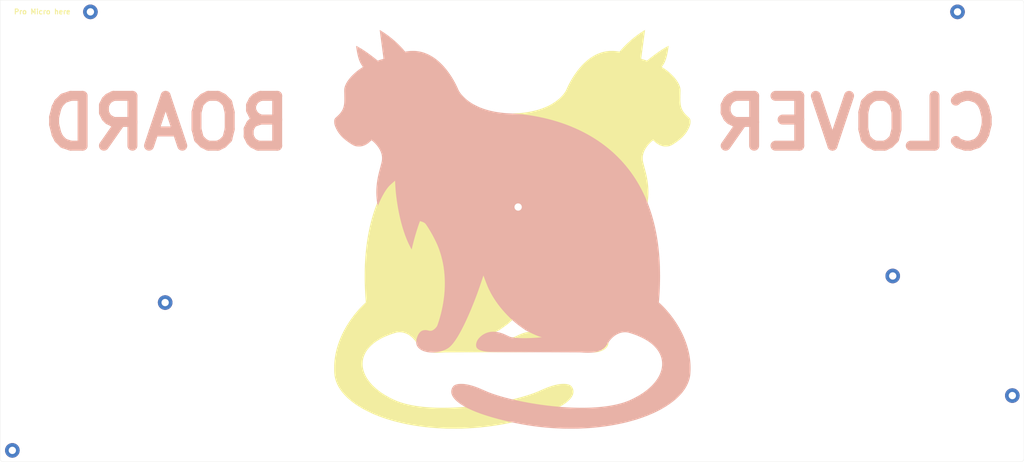
<source format=kicad_pcb>
(kicad_pcb (version 20171130) (host pcbnew "(5.1.7)-1")

  (general
    (thickness 1.6)
    (drawings 11)
    (tracks 0)
    (zones 0)
    (modules 9)
    (nets 1)
  )

  (page A4)
  (layers
    (0 F.Cu signal)
    (31 B.Cu signal)
    (32 B.Adhes user hide)
    (33 F.Adhes user hide)
    (34 B.Paste user hide)
    (35 F.Paste user hide)
    (36 B.SilkS user)
    (37 F.SilkS user)
    (38 B.Mask user)
    (39 F.Mask user)
    (40 Dwgs.User user)
    (41 Cmts.User user hide)
    (42 Eco1.User user hide)
    (43 Eco2.User user hide)
    (44 Edge.Cuts user)
    (45 Margin user hide)
    (46 B.CrtYd user hide)
    (47 F.CrtYd user hide)
    (48 B.Fab user hide)
    (49 F.Fab user hide)
  )

  (setup
    (last_trace_width 0.25)
    (trace_clearance 0.2)
    (zone_clearance 0.508)
    (zone_45_only no)
    (trace_min 0.2)
    (via_size 0.8)
    (via_drill 0.4)
    (via_min_size 0.4)
    (via_min_drill 0.3)
    (uvia_size 0.3)
    (uvia_drill 0.1)
    (uvias_allowed no)
    (uvia_min_size 0.2)
    (uvia_min_drill 0.1)
    (edge_width 0.05)
    (segment_width 0.2)
    (pcb_text_width 0.3)
    (pcb_text_size 1.5 1.5)
    (mod_edge_width 0.12)
    (mod_text_size 1 1)
    (mod_text_width 0.15)
    (pad_size 1.524 1.524)
    (pad_drill 0.762)
    (pad_to_mask_clearance 0)
    (aux_axis_origin 0 0)
    (grid_origin 300.51 171.955)
    (visible_elements 7FFFFFFF)
    (pcbplotparams
      (layerselection 0x010f0_ffffffff)
      (usegerberextensions false)
      (usegerberattributes true)
      (usegerberadvancedattributes true)
      (creategerberjobfile true)
      (excludeedgelayer true)
      (linewidth 0.100000)
      (plotframeref false)
      (viasonmask false)
      (mode 1)
      (useauxorigin false)
      (hpglpennumber 1)
      (hpglpenspeed 20)
      (hpglpendiameter 15.000000)
      (psnegative false)
      (psa4output false)
      (plotreference true)
      (plotvalue false)
      (plotinvisibletext false)
      (padsonsilk false)
      (subtractmaskfromsilk false)
      (outputformat 1)
      (mirror false)
      (drillshape 0)
      (scaleselection 1)
      (outputdirectory "plot/"))
  )

  (net 0 "")

  (net_class Default "This is the default net class."
    (clearance 0.2)
    (trace_width 0.25)
    (via_dia 0.8)
    (via_drill 0.4)
    (uvia_dia 0.3)
    (uvia_drill 0.1)
  )

  (module "Custom:big clover" (layer B.Cu) (tedit 0) (tstamp 5FF1E6E1)
    (at 146.51 101.955 180)
    (fp_text reference Ref** (at 0 0) (layer B.SilkS) hide
      (effects (font (size 1.27 1.27) (thickness 0.15)) (justify mirror))
    )
    (fp_text value Val** (at 0 0) (layer B.SilkS) hide
      (effects (font (size 1.27 1.27) (thickness 0.15)) (justify mirror))
    )
    (fp_poly (pts (xy 47.171906 29.758101) (xy 47.306157 29.722551) (xy 47.416272 29.666101) (xy 47.505901 29.587795)
      (xy 47.576903 29.489741) (xy 47.60344 29.44149) (xy 47.620349 29.398047) (xy 47.629624 29.347983)
      (xy 47.633259 29.279871) (xy 47.633246 29.182284) (xy 47.63309 29.167667) (xy 47.629836 29.068426)
      (xy 47.623069 28.979474) (xy 47.613908 28.912885) (xy 47.607155 28.887208) (xy 47.583714 28.829)
      (xy 47.260399 28.828942) (xy 47.18795 28.828541) (xy 47.077148 28.827398) (xy 46.931964 28.825573)
      (xy 46.75637 28.823128) (xy 46.554337 28.820123) (xy 46.329838 28.81662) (xy 46.086845 28.812679)
      (xy 45.829328 28.808361) (xy 45.561261 28.803729) (xy 45.286614 28.798841) (xy 45.212 28.797489)
      (xy 44.893861 28.791712) (xy 44.541949 28.785348) (xy 44.164815 28.778547) (xy 43.771012 28.771465)
      (xy 43.369094 28.764254) (xy 42.967612 28.757067) (xy 42.57512 28.750059) (xy 42.20017 28.743382)
      (xy 41.851316 28.737189) (xy 41.677167 28.734108) (xy 41.100876 28.723915) (xy 40.563952 28.714403)
      (xy 40.063434 28.705518) (xy 39.59636 28.697208) (xy 39.159772 28.689418) (xy 38.750706 28.682097)
      (xy 38.366204 28.67519) (xy 38.003304 28.668644) (xy 37.659046 28.662406) (xy 37.330469 28.656423)
      (xy 37.014612 28.650642) (xy 36.708515 28.645009) (xy 36.409218 28.639472) (xy 36.300833 28.637459)
      (xy 36.056151 28.633114) (xy 35.803657 28.629002) (xy 35.550382 28.625214) (xy 35.30336 28.621842)
      (xy 35.069621 28.618974) (xy 34.8562 28.616703) (xy 34.670127 28.615119) (xy 34.518435 28.614312)
      (xy 34.501667 28.614269) (xy 34.272297 28.612456) (xy 34.063577 28.608177) (xy 33.881026 28.601628)
      (xy 33.730164 28.593002) (xy 33.623882 28.583374) (xy 33.445362 28.566447) (xy 33.277866 28.557982)
      (xy 33.129747 28.558062) (xy 33.009361 28.566766) (xy 32.950879 28.576864) (xy 32.803126 28.630939)
      (xy 32.683725 28.715153) (xy 32.594753 28.826454) (xy 32.538288 28.961788) (xy 32.516409 29.118101)
      (xy 32.519733 29.210446) (xy 32.528611 29.294599) (xy 32.538478 29.371212) (xy 32.545795 29.416015)
      (xy 32.558789 29.480989) (xy 32.858186 29.49317) (xy 32.923484 29.495311) (xy 33.027559 29.498047)
      (xy 33.166861 29.50131) (xy 33.337837 29.505028) (xy 33.536938 29.509132) (xy 33.760613 29.513551)
      (xy 34.00531 29.518215) (xy 34.267478 29.523055) (xy 34.543567 29.528) (xy 34.830026 29.53298)
      (xy 35.123303 29.537925) (xy 35.136667 29.538147) (xy 35.366779 29.541965) (xy 35.588109 29.54565)
      (xy 35.802832 29.549241) (xy 36.013124 29.552776) (xy 36.221161 29.556293) (xy 36.42912 29.559831)
      (xy 36.639175 29.56343) (xy 36.853504 29.567126) (xy 37.074282 29.57096) (xy 37.303684 29.57497)
      (xy 37.543888 29.579193) (xy 37.797069 29.58367) (xy 38.065403 29.588439) (xy 38.351066 29.593537)
      (xy 38.656234 29.599004) (xy 38.983082 29.604879) (xy 39.333788 29.6112) (xy 39.710527 29.618005)
      (xy 40.115475 29.625334) (xy 40.550808 29.633225) (xy 41.018701 29.641716) (xy 41.521332 29.650846)
      (xy 42.060875 29.660655) (xy 42.639508 29.671179) (xy 42.936583 29.676584) (xy 43.262311 29.682394)
      (xy 43.583596 29.687898) (xy 43.897017 29.693051) (xy 44.199154 29.697805) (xy 44.486587 29.702114)
      (xy 44.755895 29.70593) (xy 45.003659 29.709207) (xy 45.226459 29.711899) (xy 45.420873 29.713958)
      (xy 45.583482 29.715337) (xy 45.710867 29.71599) (xy 45.799605 29.71587) (xy 45.804667 29.715828)
      (xy 46.021864 29.715633) (xy 46.207365 29.719591) (xy 46.371647 29.728145) (xy 46.525183 29.741737)
      (xy 46.587833 29.748914) (xy 46.816394 29.770326) (xy 47.009868 29.773707) (xy 47.171906 29.758101)) (layer B.Mask) (width 0.01))
    (fp_poly (pts (xy 31.541201 35.533837) (xy 31.604426 35.519136) (xy 31.705257 35.495157) (xy 31.841947 35.462332)
      (xy 32.012749 35.421089) (xy 32.215914 35.371857) (xy 32.449696 35.315066) (xy 32.712345 35.251146)
      (xy 33.002115 35.180525) (xy 33.317258 35.103633) (xy 33.656025 35.0209) (xy 34.01667 34.932754)
      (xy 34.397445 34.839626) (xy 34.796602 34.741943) (xy 35.212393 34.640137) (xy 35.64307 34.534636)
      (xy 36.086886 34.425869) (xy 36.542094 34.314265) (xy 37.006944 34.200255) (xy 37.479691 34.084268)
      (xy 37.958585 33.966732) (xy 38.441879 33.848078) (xy 38.927826 33.728734) (xy 39.414678 33.60913)
      (xy 39.900687 33.489696) (xy 40.384106 33.37086) (xy 40.863186 33.253052) (xy 41.33618 33.136701)
      (xy 41.80134 33.022237) (xy 42.256919 32.910089) (xy 42.701168 32.800687) (xy 43.132341 32.694459)
      (xy 43.548689 32.591835) (xy 43.948465 32.493245) (xy 44.329921 32.399118) (xy 44.691309 32.309882)
      (xy 45.030882 32.225968) (xy 45.346891 32.147805) (xy 45.63759 32.075823) (xy 45.90123 32.010449)
      (xy 46.136064 31.952115) (xy 46.340344 31.901249) (xy 46.512322 31.858281) (xy 46.650251 31.823639)
      (xy 46.752382 31.797754) (xy 46.816969 31.781055) (xy 46.841833 31.774135) (xy 46.905337 31.755965)
      (xy 46.999623 31.734847) (xy 47.11346 31.71304) (xy 47.235618 31.692802) (xy 47.27575 31.686867)
      (xy 47.498321 31.651631) (xy 47.683001 31.614184) (xy 47.834231 31.572594) (xy 47.956451 31.524925)
      (xy 48.054102 31.469244) (xy 48.131626 31.403619) (xy 48.193463 31.326114) (xy 48.224538 31.27375)
      (xy 48.261471 31.164735) (xy 48.271427 31.032727) (xy 48.254772 30.887052) (xy 48.211875 30.737034)
      (xy 48.202431 30.712833) (xy 48.167246 30.631149) (xy 48.139607 30.581964) (xy 48.114036 30.557499)
      (xy 48.087888 30.550155) (xy 48.061856 30.554675) (xy 47.997038 30.568785) (xy 47.895747 30.591929)
      (xy 47.760294 30.62355) (xy 47.592995 30.663093) (xy 47.396161 30.71) (xy 47.172106 30.763718)
      (xy 46.923142 30.823688) (xy 46.651583 30.889356) (xy 46.359741 30.960165) (xy 46.049931 31.035558)
      (xy 45.724464 31.114981) (xy 45.385654 31.197877) (xy 45.035814 31.28369) (xy 45.000333 31.292405)
      (xy 44.694305 31.367569) (xy 44.350433 31.451998) (xy 43.97199 31.544889) (xy 43.562251 31.645441)
      (xy 43.12449 31.752849) (xy 42.661981 31.866311) (xy 42.177999 31.985025) (xy 41.675817 32.108186)
      (xy 41.158709 32.234994) (xy 40.62995 32.364643) (xy 40.092814 32.496333) (xy 39.550575 32.629259)
      (xy 39.006507 32.762619) (xy 38.463884 32.89561) (xy 37.925981 33.02743) (xy 37.396071 33.157274)
      (xy 36.877429 33.284341) (xy 36.611926 33.349383) (xy 36.056844 33.48537) (xy 35.541425 33.611675)
      (xy 35.064208 33.728668) (xy 34.623732 33.836719) (xy 34.218538 33.936198) (xy 33.847166 34.027476)
      (xy 33.508154 34.110922) (xy 33.200044 34.186907) (xy 32.921374 34.255801) (xy 32.670685 34.317974)
      (xy 32.446516 34.373797) (xy 32.247407 34.423639) (xy 32.071898 34.46787) (xy 31.918528 34.506862)
      (xy 31.785838 34.540983) (xy 31.672367 34.570604) (xy 31.576655 34.596096) (xy 31.497242 34.617829)
      (xy 31.432667 34.636172) (xy 31.38147 34.651495) (xy 31.342191 34.66417) (xy 31.313371 34.674567)
      (xy 31.293547 34.683054) (xy 31.281261 34.690003) (xy 31.275053 34.695784) (xy 31.273461 34.700767)
      (xy 31.273793 34.702632) (xy 31.282795 34.735859) (xy 31.300169 34.802991) (xy 31.324088 34.896846)
      (xy 31.352722 35.010244) (xy 31.38424 35.136003) (xy 31.385727 35.141958) (xy 31.423016 35.287862)
      (xy 31.452908 35.39633) (xy 31.476728 35.471353) (xy 31.495798 35.516921) (xy 31.511442 35.537024)
      (xy 31.517331 35.538833) (xy 31.541201 35.533837)) (layer B.Mask) (width 0.01))
    (fp_poly (pts (xy 34.319204 39.871572) (xy 34.377603 39.845001) (xy 34.466033 39.804039) (xy 34.580404 39.7506)
      (xy 34.716625 39.686598) (xy 34.870605 39.613948) (xy 35.038256 39.534564) (xy 35.136667 39.487844)
      (xy 35.224772 39.445977) (xy 35.349295 39.386805) (xy 35.508416 39.311193) (xy 35.700318 39.220005)
      (xy 35.92318 39.114105) (xy 36.175185 38.994357) (xy 36.454514 38.861626) (xy 36.759347 38.716775)
      (xy 37.087867 38.56067) (xy 37.438254 38.394173) (xy 37.80869 38.21815) (xy 38.197356 38.033465)
      (xy 38.602433 37.840982) (xy 39.022102 37.641564) (xy 39.454545 37.436077) (xy 39.897943 37.225385)
      (xy 40.350477 37.010352) (xy 40.810328 36.791841) (xy 41.275679 36.570718) (xy 41.4655 36.480519)
      (xy 41.923226 36.262957) (xy 42.371487 36.049772) (xy 42.808744 35.841701) (xy 43.233457 35.639481)
      (xy 43.644086 35.443847) (xy 44.039091 35.255537) (xy 44.416934 35.075287) (xy 44.776075 34.903833)
      (xy 45.114974 34.741911) (xy 45.432091 34.59026) (xy 45.725887 34.449614) (xy 45.994823 34.320711)
      (xy 46.237358 34.204286) (xy 46.451954 34.101077) (xy 46.637071 34.01182) (xy 46.791169 33.937251)
      (xy 46.912708 33.878107) (xy 47.000149 33.835125) (xy 47.051953 33.80904) (xy 47.06615 33.801255)
      (xy 47.10886 33.774213) (xy 47.159341 33.747076) (xy 47.223483 33.717331) (xy 47.307178 33.682463)
      (xy 47.416316 33.639957) (xy 47.556789 33.5873) (xy 47.635583 33.55823) (xy 47.830725 33.481802)
      (xy 47.988509 33.408881) (xy 48.113415 33.336522) (xy 48.209924 33.261783) (xy 48.282516 33.18172)
      (xy 48.332077 33.100738) (xy 48.379345 32.960063) (xy 48.38615 32.813) (xy 48.352472 32.665656)
      (xy 48.333432 32.620064) (xy 48.298295 32.552481) (xy 48.254186 32.478577) (xy 48.207339 32.407475)
      (xy 48.163986 32.348296) (xy 48.13036 32.310162) (xy 48.115322 32.300859) (xy 48.094433 32.309818)
      (xy 48.038269 32.335602) (xy 47.949774 32.376822) (xy 47.831889 32.432093) (xy 47.687556 32.500026)
      (xy 47.519717 32.579235) (xy 47.331315 32.668332) (xy 47.12529 32.765931) (xy 46.904586 32.870644)
      (xy 46.672144 32.981085) (xy 46.619583 33.006079) (xy 46.47439 33.075129) (xy 46.293027 33.16137)
      (xy 46.077556 33.263821) (xy 45.830042 33.381503) (xy 45.552548 33.513433) (xy 45.247138 33.658631)
      (xy 44.915875 33.816116) (xy 44.560823 33.984906) (xy 44.184046 34.164022) (xy 43.787607 34.352481)
      (xy 43.373569 34.549303) (xy 42.943997 34.753507) (xy 42.500954 34.964111) (xy 42.046503 35.180136)
      (xy 41.582709 35.400599) (xy 41.111634 35.62452) (xy 40.635343 35.850918) (xy 40.155899 36.078812)
      (xy 39.675365 36.30722) (xy 39.512875 36.384455) (xy 39.051627 36.603754) (xy 38.60037 36.818421)
      (xy 38.160597 37.027741) (xy 37.733802 37.231001) (xy 37.321475 37.427485) (xy 36.925111 37.616479)
      (xy 36.546202 37.797271) (xy 36.18624 37.969144) (xy 35.846718 38.131385) (xy 35.529129 38.28328)
      (xy 35.234966 38.424115) (xy 34.965721 38.553175) (xy 34.722886 38.669745) (xy 34.507955 38.773113)
      (xy 34.32242 38.862563) (xy 34.167775 38.937381) (xy 34.04551 38.996854) (xy 33.95712 39.040266)
      (xy 33.904097 39.066904) (xy 33.887833 39.075994) (xy 33.896592 39.099646) (xy 33.921057 39.155485)
      (xy 33.958517 39.237585) (xy 34.006255 39.340018) (xy 34.061558 39.456857) (xy 34.077967 39.491218)
      (xy 34.145337 39.629059) (xy 34.202543 39.74008) (xy 34.247867 39.821187) (xy 34.27959 39.869283)
      (xy 34.294926 39.881836) (xy 34.319204 39.871572)) (layer B.Mask) (width 0.01))
    (fp_poly (pts (xy 45.450325 52.896251) (xy 45.479848 52.884917) (xy 45.539543 52.863971) (xy 45.588241 52.853456)
      (xy 45.594084 52.853167) (xy 45.622256 52.833118) (xy 45.645879 52.777006) (xy 45.664708 52.69088)
      (xy 45.678498 52.580791) (xy 45.687005 52.452789) (xy 45.689982 52.312923) (xy 45.687187 52.167246)
      (xy 45.678373 52.021805) (xy 45.663296 51.882653) (xy 45.641711 51.755838) (xy 45.639004 51.743246)
      (xy 45.605565 51.600047) (xy 45.562311 51.428609) (xy 45.510993 51.234885) (xy 45.453365 51.024827)
      (xy 45.39118 50.804387) (xy 45.32619 50.579518) (xy 45.260148 50.356173) (xy 45.194807 50.140303)
      (xy 45.13192 49.937862) (xy 45.073238 49.754801) (xy 45.020516 49.597074) (xy 44.975505 49.470633)
      (xy 44.951872 49.409657) (xy 44.86397 49.230739) (xy 44.758686 49.079441) (xy 44.63955 48.958864)
      (xy 44.510094 48.872108) (xy 44.373846 48.822272) (xy 44.270083 48.810986) (xy 44.224278 48.812586)
      (xy 44.185282 48.82008) (xy 44.144876 48.837857) (xy 44.094837 48.870309) (xy 44.026944 48.921828)
      (xy 43.954438 48.97957) (xy 43.745315 49.13158) (xy 43.540825 49.246419) (xy 43.333285 49.327421)
      (xy 43.115013 49.377918) (xy 43.002511 49.392466) (xy 42.833621 49.41818) (xy 42.700259 49.458861)
      (xy 42.597804 49.516051) (xy 42.573299 49.53587) (xy 42.490432 49.63584) (xy 42.436076 49.761379)
      (xy 42.410784 49.90627) (xy 42.415105 50.064296) (xy 42.449594 50.229238) (xy 42.499866 50.363299)
      (xy 42.545565 50.445111) (xy 42.618536 50.551815) (xy 42.715124 50.679391) (xy 42.831676 50.823822)
      (xy 42.964538 50.98109) (xy 43.110055 51.147177) (xy 43.264573 51.318065) (xy 43.424438 51.489735)
      (xy 43.585997 51.658171) (xy 43.745595 51.819355) (xy 43.899577 51.969267) (xy 44.044291 52.103891)
      (xy 44.176082 52.219208) (xy 44.222673 52.257664) (xy 44.345879 52.35314) (xy 44.485884 52.454658)
      (xy 44.633866 52.556396) (xy 44.781004 52.652535) (xy 44.918475 52.737253) (xy 45.037458 52.804731)
      (xy 45.098702 52.835652) (xy 45.211633 52.883995) (xy 45.300728 52.909285) (xy 45.376715 52.912908)
      (xy 45.450325 52.896251)) (layer B.Mask) (width 0.01))
    (fp_poly (pts (xy 38.612558 57.724773) (xy 38.718477 57.598682) (xy 38.800981 57.466608) (xy 38.863527 57.320112)
      (xy 38.909574 57.150755) (xy 38.942579 56.950098) (xy 38.947793 56.906583) (xy 38.958151 56.775746)
      (xy 38.96421 56.607675) (xy 38.966197 56.407227) (xy 38.96434 56.179259) (xy 38.958868 55.928628)
      (xy 38.950008 55.660191) (xy 38.93799 55.378804) (xy 38.923041 55.089324) (xy 38.90539 54.796608)
      (xy 38.885264 54.505514) (xy 38.862893 54.220897) (xy 38.838503 53.947615) (xy 38.812324 53.690524)
      (xy 38.786167 53.467) (xy 38.724317 53.051773) (xy 38.644459 52.63954) (xy 38.549225 52.242213)
      (xy 38.441252 51.871705) (xy 38.417126 51.798186) (xy 38.346897 51.596318) (xy 38.283145 51.431288)
      (xy 38.223255 51.298592) (xy 38.164612 51.193721) (xy 38.1046 51.11217) (xy 38.040604 51.049432)
      (xy 37.97001 51.001001) (xy 37.947385 50.988707) (xy 37.860042 50.960472) (xy 37.752666 50.949401)
      (xy 37.64411 50.955929) (xy 37.554977 50.979716) (xy 37.462601 51.029245) (xy 37.343771 51.108686)
      (xy 37.200523 51.216638) (xy 37.136917 51.267428) (xy 36.842265 51.48057) (xy 36.521091 51.665777)
      (xy 36.18246 51.818039) (xy 36.057417 51.864034) (xy 35.935226 51.904264) (xy 35.807872 51.94167)
      (xy 35.669723 51.977505) (xy 35.51515 52.013026) (xy 35.338522 52.049486) (xy 35.134211 52.08814)
      (xy 34.896585 52.130243) (xy 34.752146 52.154903) (xy 34.563249 52.187032) (xy 34.41107 52.214136)
      (xy 34.290577 52.238175) (xy 34.196735 52.261114) (xy 34.124511 52.284913) (xy 34.068871 52.311537)
      (xy 34.024781 52.342948) (xy 33.987208 52.381108) (xy 33.951119 52.42798) (xy 33.914107 52.481651)
      (xy 33.838706 52.621508) (xy 33.794943 52.773325) (xy 33.783248 52.938273) (xy 33.804049 53.117522)
      (xy 33.857778 53.312241) (xy 33.944863 53.523601) (xy 34.065736 53.752771) (xy 34.220824 54.000921)
      (xy 34.410559 54.269221) (xy 34.635369 54.558841) (xy 34.711488 54.65221) (xy 35.141654 55.161042)
      (xy 35.562157 55.631049) (xy 35.974986 56.064104) (xy 36.382129 56.46208) (xy 36.785574 56.826851)
      (xy 37.187309 57.16029) (xy 37.589323 57.464269) (xy 37.980996 57.732476) (xy 38.067576 57.787698)
      (xy 38.131184 57.823663) (xy 38.183821 57.844969) (xy 38.237488 57.856213) (xy 38.304185 57.861993)
      (xy 38.321636 57.86298) (xy 38.474363 57.871266) (xy 38.612558 57.724773)) (layer B.Mask) (width 0.01))
    (fp_poly (pts (xy 39.935548 59.968462) (xy 39.932804 59.928125) (xy 39.927602 59.895624) (xy 39.917158 59.823605)
      (xy 39.901799 59.714516) (xy 39.881855 59.570805) (xy 39.857652 59.39492) (xy 39.82952 59.189307)
      (xy 39.797787 58.956416) (xy 39.76278 58.698694) (xy 39.724828 58.418587) (xy 39.68426 58.118545)
      (xy 39.641402 57.801015) (xy 39.596585 57.468444) (xy 39.550135 57.123279) (xy 39.502382 56.76797)
      (xy 39.453652 56.404963) (xy 39.404275 56.036707) (xy 39.354579 55.665648) (xy 39.304892 55.294235)
      (xy 39.255542 54.924915) (xy 39.206857 54.560136) (xy 39.159166 54.202345) (xy 39.112796 53.853991)
      (xy 39.068077 53.517521) (xy 39.025335 53.195382) (xy 38.9849 52.890023) (xy 38.9471 52.603891)
      (xy 38.912262 52.339434) (xy 38.880716 52.099099) (xy 38.852789 51.885335) (xy 38.828809 51.700588)
      (xy 38.810982 51.562) (xy 38.799908 51.465093) (xy 38.793151 51.38424) (xy 38.79128 51.328242)
      (xy 38.794469 51.306145) (xy 38.81822 51.297282) (xy 38.876987 51.279127) (xy 38.964906 51.25338)
      (xy 39.076111 51.221739) (xy 39.204738 51.185905) (xy 39.291183 51.162185) (xy 39.593721 51.077417)
      (xy 39.854888 50.999456) (xy 40.075074 50.928177) (xy 40.254671 50.863453) (xy 40.377983 50.812478)
      (xy 40.507549 50.754332) (xy 40.907278 51.078791) (xy 41.455013 51.517264) (xy 42.007096 51.947282)
      (xy 42.559457 52.365928) (xy 43.108025 52.770286) (xy 43.648729 53.157438) (xy 44.177497 53.52447)
      (xy 44.690258 53.868463) (xy 45.182942 54.186503) (xy 45.635333 54.465951) (xy 45.787603 54.556599)
      (xy 45.947334 54.649673) (xy 46.11028 54.74288) (xy 46.272199 54.833923) (xy 46.428843 54.92051)
      (xy 46.575971 55.000344) (xy 46.709335 55.071131) (xy 46.824693 55.130576) (xy 46.917799 55.176385)
      (xy 46.984408 55.206263) (xy 47.020277 55.217916) (xy 47.024894 55.217162) (xy 47.02771 55.190717)
      (xy 47.023901 55.127146) (xy 47.014153 55.031019) (xy 46.999151 54.906907) (xy 46.979581 54.759381)
      (xy 46.95613 54.593012) (xy 46.929483 54.412369) (xy 46.900327 54.222025) (xy 46.869347 54.026549)
      (xy 46.837229 53.830512) (xy 46.804659 53.638486) (xy 46.772323 53.45504) (xy 46.740907 53.284746)
      (xy 46.714588 53.1495) (xy 46.591909 52.576896) (xy 46.461581 52.044802) (xy 46.323222 51.552022)
      (xy 46.17645 51.097361) (xy 46.020884 50.679623) (xy 45.856142 50.297613) (xy 45.70919 50.001197)
      (xy 45.66446 49.920988) (xy 45.601232 49.813606) (xy 45.52445 49.687132) (xy 45.439053 49.549647)
      (xy 45.349984 49.409232) (xy 45.297412 49.327825) (xy 45.217145 49.203889) (xy 45.145114 49.091609)
      (xy 45.084386 48.995853) (xy 45.038029 48.921487) (xy 45.009109 48.873378) (xy 45.000518 48.856628)
      (xy 45.017189 48.839072) (xy 45.061031 48.806124) (xy 45.123084 48.764451) (xy 45.13281 48.75824)
      (xy 45.497306 48.523079) (xy 45.830762 48.299468) (xy 46.14084 48.081801) (xy 46.4352 47.864472)
      (xy 46.721505 47.641875) (xy 47.007415 47.408406) (xy 47.196629 47.248204) (xy 47.66423 46.831977)
      (xy 48.102394 46.410994) (xy 48.509832 45.986937) (xy 48.885257 45.561489) (xy 49.227382 45.136331)
      (xy 49.534918 44.713147) (xy 49.806578 44.293617) (xy 50.041075 43.879424) (xy 50.237121 43.47225)
      (xy 50.393428 43.073777) (xy 50.394525 43.070599) (xy 50.462005 42.863205) (xy 50.516169 42.66779)
      (xy 50.557912 42.47686) (xy 50.588136 42.282924) (xy 50.607736 42.078486) (xy 50.617614 41.856055)
      (xy 50.618666 41.608135) (xy 50.611791 41.327235) (xy 50.609861 41.2747) (xy 50.599922 40.990152)
      (xy 50.591395 40.695874) (xy 50.584325 40.397005) (xy 50.578753 40.098687) (xy 50.574722 39.80606)
      (xy 50.572277 39.524264) (xy 50.571459 39.25844) (xy 50.572312 39.013728) (xy 50.574878 38.795269)
      (xy 50.579201 38.608203) (xy 50.585324 38.457671) (xy 50.586184 38.442258) (xy 50.614933 38.043643)
      (xy 50.653645 37.680764) (xy 50.703621 37.347921) (xy 50.766159 37.039414) (xy 50.842559 36.749541)
      (xy 50.93412 36.472603) (xy 51.042141 36.202898) (xy 51.149017 35.97275) (xy 51.308345 35.676455)
      (xy 51.493398 35.383425) (xy 51.706397 35.091042) (xy 51.949563 34.796689) (xy 52.225116 34.497749)
      (xy 52.535278 34.191603) (xy 52.88227 33.875633) (xy 53.055118 33.726052) (xy 53.225365 33.568108)
      (xy 53.359848 33.412919) (xy 53.463809 33.252717) (xy 53.542488 33.079732) (xy 53.588492 32.935333)
      (xy 53.606965 32.836916) (xy 53.619638 32.706089) (xy 53.626608 32.552365) (xy 53.627971 32.385256)
      (xy 53.623823 32.214272) (xy 53.614261 32.048927) (xy 53.59938 31.898732) (xy 53.579278 31.773198)
      (xy 53.576595 31.760583) (xy 53.515753 31.510337) (xy 53.443392 31.264839) (xy 53.356407 31.01551)
      (xy 53.25169 30.753766) (xy 53.126136 30.471026) (xy 53.055604 30.32125) (xy 52.815699 29.855457)
      (xy 52.54874 29.405178) (xy 52.25311 28.968686) (xy 51.927192 28.544257) (xy 51.569369 28.130162)
      (xy 51.178024 27.724677) (xy 50.75154 27.326074) (xy 50.288301 26.932628) (xy 49.786688 26.542612)
      (xy 49.245086 26.154299) (xy 48.990887 25.981659) (xy 48.734565 25.81146) (xy 48.508182 25.664068)
      (xy 48.307429 25.537412) (xy 48.127996 25.429416) (xy 47.965572 25.338008) (xy 47.815849 25.261113)
      (xy 47.674516 25.196658) (xy 47.537263 25.142569) (xy 47.399781 25.096773) (xy 47.25776 25.057195)
      (xy 47.106891 25.021763) (xy 46.942862 24.988402) (xy 46.915917 24.98327) (xy 46.813536 24.968778)
      (xy 46.67859 24.956775) (xy 46.520789 24.947491) (xy 46.349841 24.94115) (xy 46.175454 24.93798)
      (xy 46.007336 24.938207) (xy 45.855196 24.942059) (xy 45.728743 24.949761) (xy 45.683312 24.954482)
      (xy 45.268763 25.026602) (xy 44.859084 25.139507) (xy 44.457827 25.291672) (xy 44.068548 25.48157)
      (xy 43.6948 25.707673) (xy 43.359917 25.952575) (xy 43.302574 25.99995) (xy 43.220117 26.07024)
      (xy 43.118836 26.157974) (xy 43.005019 26.257679) (xy 42.884958 26.363883) (xy 42.79735 26.442042)
      (xy 42.382951 26.813179) (xy 42.17815 26.649568) (xy 41.766861 26.300992) (xy 41.379116 25.932085)
      (xy 41.016972 25.5458) (xy 40.682491 25.145088) (xy 40.37773 24.732903) (xy 40.104749 24.312196)
      (xy 39.865606 23.885922) (xy 39.662361 23.457032) (xy 39.497073 23.028478) (xy 39.380516 22.637886)
      (xy 39.334401 22.450374) (xy 39.298679 22.286098) (xy 39.272108 22.134586) (xy 39.253447 21.985363)
      (xy 39.241454 21.827958) (xy 39.234887 21.651898) (xy 39.232504 21.446709) (xy 39.232417 21.388917)
      (xy 39.232908 21.257861) (xy 39.234827 21.136963) (xy 39.238845 21.022727) (xy 39.245629 20.911659)
      (xy 39.255851 20.800265) (xy 39.270178 20.685049) (xy 39.289281 20.562518) (xy 39.313829 20.429176)
      (xy 39.344491 20.28153) (xy 39.381937 20.116084) (xy 39.426835 19.929345) (xy 39.479857 19.717817)
      (xy 39.54167 19.478006) (xy 39.612944 19.206417) (xy 39.694349 18.899557) (xy 39.747347 18.70075)
      (xy 39.844626 18.335488) (xy 39.931596 18.007099) (xy 40.009222 17.71165) (xy 40.078468 17.44521)
      (xy 40.140298 17.203847) (xy 40.195677 16.983628) (xy 40.245568 16.780622) (xy 40.290936 16.590896)
      (xy 40.332745 16.410519) (xy 40.37196 16.235557) (xy 40.409544 16.062081) (xy 40.446462 15.886156)
      (xy 40.483677 15.703851) (xy 40.490266 15.67113) (xy 40.660133 14.735915) (xy 40.790836 13.813296)
      (xy 40.882425 12.899921) (xy 40.934952 11.992437) (xy 40.948466 11.087494) (xy 40.923019 10.18174)
      (xy 40.858662 9.271824) (xy 40.755445 8.354394) (xy 40.614918 7.434792) (xy 40.593295 7.313013)
      (xy 40.573261 7.207063) (xy 40.556142 7.123428) (xy 40.543266 7.068598) (xy 40.535971 7.04906)
      (xy 40.524109 7.067723) (xy 40.49853 7.119318) (xy 40.462043 7.197798) (xy 40.417456 7.29712)
      (xy 40.367579 7.411239) (xy 40.366308 7.414185) (xy 40.080506 8.061155) (xy 39.792782 8.681883)
      (xy 39.503952 9.274996) (xy 39.214831 9.83912) (xy 38.926236 10.372883) (xy 38.638982 10.874912)
      (xy 38.353885 11.343833) (xy 38.071761 11.778274) (xy 37.793425 12.176862) (xy 37.519694 12.538224)
      (xy 37.251384 12.860986) (xy 36.98931 13.143777) (xy 36.921714 13.211152) (xy 36.869671 13.260755)
      (xy 36.794427 13.330577) (xy 36.699572 13.417424) (xy 36.588697 13.518098) (xy 36.465391 13.629405)
      (xy 36.333246 13.748149) (xy 36.195853 13.871133) (xy 36.056801 13.995161) (xy 35.919681 14.117039)
      (xy 35.788084 14.233569) (xy 35.665601 14.341556) (xy 35.555821 14.437803) (xy 35.462337 14.519116)
      (xy 35.388737 14.582299) (xy 35.338614 14.624154) (xy 35.315556 14.641486) (xy 35.314491 14.641714)
      (xy 35.31211 14.619928) (xy 35.307789 14.559962) (xy 35.301768 14.465913) (xy 35.294289 14.341879)
      (xy 35.285594 14.191955) (xy 35.275924 14.02024) (xy 35.26552 13.830829) (xy 35.254625 13.627821)
      (xy 35.253648 13.609388) (xy 35.226601 13.122125) (xy 35.198704 12.669094) (xy 35.169263 12.242193)
      (xy 35.137586 11.833322) (xy 35.102977 11.434378) (xy 35.064745 11.037262) (xy 35.022195 10.633871)
      (xy 34.974634 10.216104) (xy 34.934812 9.884833) (xy 34.779133 8.702709) (xy 34.604304 7.537682)
      (xy 34.410818 6.391792) (xy 34.199171 5.267074) (xy 33.969859 4.165567) (xy 33.723375 3.089307)
      (xy 33.460216 2.040332) (xy 33.180875 1.020679) (xy 32.885849 0.032385) (xy 32.575632 -0.922512)
      (xy 32.25072 -1.841975) (xy 31.911607 -2.723968) (xy 31.810074 -2.973917) (xy 31.666604 -3.318126)
      (xy 31.52962 -3.636519) (xy 31.393078 -3.942466) (xy 31.25094 -4.249337) (xy 31.097163 -4.570505)
      (xy 30.987618 -4.79425) (xy 30.915701 -4.938855) (xy 30.838538 -5.091882) (xy 30.758727 -5.248375)
      (xy 30.678867 -5.403377) (xy 30.601554 -5.551934) (xy 30.529386 -5.689087) (xy 30.464963 -5.809882)
      (xy 30.41088 -5.909361) (xy 30.369737 -5.982569) (xy 30.34413 -6.02455) (xy 30.339506 -6.030736)
      (xy 30.332461 -6.033816) (xy 30.32412 -6.025019) (xy 30.313423 -6.000565) (xy 30.29931 -5.956676)
      (xy 30.280721 -5.889572) (xy 30.256597 -5.795474) (xy 30.225877 -5.670603) (xy 30.187501 -5.511181)
      (xy 30.152 -5.362217) (xy 29.904372 -4.346765) (xy 29.652635 -3.367439) (xy 29.395059 -2.418099)
      (xy 29.129914 -1.492606) (xy 28.855472 -0.584818) (xy 28.570001 0.311403) (xy 28.459812 0.645583)
      (xy 28.392881 0.845477) (xy 28.323661 1.049947) (xy 28.253584 1.254938) (xy 28.184086 1.456391)
      (xy 28.116598 1.650248) (xy 28.052557 1.832452) (xy 27.993394 1.998945) (xy 27.940544 2.14567)
      (xy 27.895442 2.268568) (xy 27.85952 2.363583) (xy 27.834212 2.426656) (xy 27.820952 2.453729)
      (xy 27.820847 2.453847) (xy 27.795339 2.454729) (xy 27.736529 2.444443) (xy 27.651415 2.424783)
      (xy 27.546996 2.397543) (xy 27.43027 2.364515) (xy 27.308235 2.327494) (xy 27.230917 2.302645)
      (xy 26.976287 2.20911) (xy 26.742482 2.103801) (xy 26.534025 1.989398) (xy 26.355439 1.868578)
      (xy 26.211248 1.744022) (xy 26.128128 1.64941) (xy 25.962926 1.42378) (xy 25.782129 1.163919)
      (xy 25.588213 0.873879) (xy 25.383654 0.557711) (xy 25.170928 0.219467) (xy 24.95251 -0.136801)
      (xy 24.730877 -0.507042) (xy 24.508505 -0.887204) (xy 24.287869 -1.273236) (xy 24.071445 -1.661085)
      (xy 23.861709 -2.0467) (xy 23.807342 -2.148417) (xy 23.725889 -2.303363) (xy 23.630638 -2.487854)
      (xy 23.525133 -2.694773) (xy 23.412917 -2.917003) (xy 23.297533 -3.147428) (xy 23.182525 -3.378933)
      (xy 23.071436 -3.6044) (xy 22.967808 -3.816715) (xy 22.875186 -4.00876) (xy 22.797113 -4.17342)
      (xy 22.769219 -4.233333) (xy 22.483115 -4.883905) (xy 22.209109 -5.57019) (xy 21.948739 -6.286908)
      (xy 21.703541 -7.028778) (xy 21.475052 -7.79052) (xy 21.264807 -8.566851) (xy 21.074344 -9.352493)
      (xy 20.905199 -10.142163) (xy 20.758907 -10.930581) (xy 20.68152 -11.408833) (xy 20.535898 -12.494888)
      (xy 20.427621 -13.598185) (xy 20.356797 -14.715823) (xy 20.323537 -15.844903) (xy 20.32795 -16.982525)
      (xy 20.370147 -18.125787) (xy 20.405597 -18.70075) (xy 20.501968 -19.817521) (xy 20.635263 -20.947174)
      (xy 20.804315 -22.084113) (xy 21.007957 -23.222745) (xy 21.245025 -24.357476) (xy 21.514351 -25.482711)
      (xy 21.814769 -26.592856) (xy 22.145114 -27.682317) (xy 22.492522 -28.712583) (xy 22.551006 -28.87277)
      (xy 22.604176 -29.004556) (xy 22.657558 -29.117334) (xy 22.716676 -29.220501) (xy 22.787055 -29.323451)
      (xy 22.87422 -29.435579) (xy 22.983694 -29.566281) (xy 23.018011 -29.606226) (xy 23.264161 -29.868778)
      (xy 23.514867 -30.090232) (xy 23.771691 -30.271718) (xy 24.036195 -30.414365) (xy 24.257 -30.502164)
      (xy 24.361363 -30.529989) (xy 24.485926 -30.548459) (xy 24.639666 -30.559114) (xy 24.727223 -30.562386)
      (xy 24.799 -30.562927) (xy 24.864123 -30.559495) (xy 24.931718 -30.550849) (xy 25.010913 -30.535749)
      (xy 25.110833 -30.512953) (xy 25.240606 -30.48122) (xy 25.274666 -30.472768) (xy 25.498209 -30.419962)
      (xy 25.691557 -30.38088) (xy 25.864139 -30.35434) (xy 26.025383 -30.339164) (xy 26.184717 -30.334172)
      (xy 26.350627 -30.33814) (xy 26.654123 -30.369449) (xy 26.934185 -30.434967) (xy 27.1943 -30.536235)
      (xy 27.437957 -30.674793) (xy 27.668646 -30.852181) (xy 27.804464 -30.98009) (xy 27.996155 -31.198351)
      (xy 28.177298 -31.45447) (xy 28.346104 -31.744888) (xy 28.500786 -32.066046) (xy 28.639555 -32.414385)
      (xy 28.760623 -32.786347) (xy 28.818794 -32.998833) (xy 28.898523 -33.374271) (xy 28.940485 -33.731163)
      (xy 28.944646 -34.070166) (xy 28.910966 -34.391934) (xy 28.839411 -34.697122) (xy 28.729941 -34.986387)
      (xy 28.703525 -35.042325) (xy 28.546244 -35.316763) (xy 28.351967 -35.574109) (xy 28.12272 -35.813688)
      (xy 27.860527 -36.034826) (xy 27.567412 -36.23685) (xy 27.245399 -36.419087) (xy 26.896513 -36.580861)
      (xy 26.522779 -36.7215) (xy 26.12622 -36.840329) (xy 25.708861 -36.936676) (xy 25.272728 -37.009865)
      (xy 24.819843 -37.059224) (xy 24.352231 -37.084079) (xy 23.871918 -37.083755) (xy 23.380926 -37.057579)
      (xy 22.881282 -37.004878) (xy 22.82825 -36.997757) (xy 22.352721 -36.919599) (xy 21.879763 -36.816577)
      (xy 21.414297 -36.690546) (xy 20.96124 -36.543359) (xy 20.525513 -36.376869) (xy 20.112034 -36.19293)
      (xy 19.725723 -35.993396) (xy 19.371498 -35.780119) (xy 19.108148 -35.596068) (xy 18.835764 -35.374061)
      (xy 18.55504 -35.111031) (xy 18.266216 -34.807411) (xy 17.969533 -34.463633) (xy 17.665232 -34.08013)
      (xy 17.353554 -33.657332) (xy 17.03474 -33.195673) (xy 16.70903 -32.695585) (xy 16.376666 -32.1575)
      (xy 16.037887 -31.581849) (xy 15.692935 -30.969066) (xy 15.34205 -30.319582) (xy 14.985474 -29.633829)
      (xy 14.623447 -28.91224) (xy 14.25621 -28.155247) (xy 13.884004 -27.363282) (xy 13.507069 -26.536777)
      (xy 13.125646 -25.676164) (xy 12.739977 -24.781876) (xy 12.350301 -23.854344) (xy 11.95686 -22.894001)
      (xy 11.764337 -22.4155) (xy 11.537097 -21.844004) (xy 11.319884 -21.290429) (xy 11.110719 -20.749351)
      (xy 10.907626 -20.215344) (xy 10.708625 -19.682983) (xy 10.511741 -19.146842) (xy 10.314994 -18.601496)
      (xy 10.116407 -18.041521) (xy 9.914002 -17.46149) (xy 9.705802 -16.85598) (xy 9.489828 -16.219563)
      (xy 9.305635 -15.671114) (xy 8.710083 -13.890311) (xy 8.267056 -15.067864) (xy 8.130049 -15.431369)
      (xy 8.006087 -15.758663) (xy 7.893707 -16.053302) (xy 7.791445 -16.318844) (xy 7.697837 -16.558844)
      (xy 7.61142 -16.776861) (xy 7.530729 -16.976452) (xy 7.4543 -17.161173) (xy 7.380669 -17.334582)
      (xy 7.308373 -17.500236) (xy 7.235948 -17.661691) (xy 7.161929 -17.822506) (xy 7.084853 -17.986237)
      (xy 7.003256 -18.15644) (xy 6.954875 -18.25625) (xy 6.502261 -19.141196) (xy 6.008536 -20.019668)
      (xy 5.474585 -20.890512) (xy 4.901293 -21.752575) (xy 4.289548 -22.604704) (xy 3.640234 -23.445743)
      (xy 2.954237 -24.274541) (xy 2.232444 -25.089942) (xy 1.47574 -25.890794) (xy 0.685011 -26.675942)
      (xy -0.01091 -27.328022) (xy -0.280321 -27.571446) (xy -0.539509 -27.800253) (xy -0.793553 -28.018472)
      (xy -1.047532 -28.230134) (xy -1.306527 -28.439269) (xy -1.575616 -28.649907) (xy -1.85988 -28.866079)
      (xy -2.164397 -29.091815) (xy -2.494247 -29.331145) (xy -2.854509 -29.5881) (xy -2.899104 -29.619659)
      (xy -3.926417 -30.34612) (xy -4.5085 -30.644305) (xy -4.9317 -30.858423) (xy -5.352353 -31.066045)
      (xy -5.766314 -31.265286) (xy -6.169437 -31.454261) (xy -6.557577 -31.631085) (xy -6.926589 -31.793875)
      (xy -7.272326 -31.940745) (xy -7.590645 -32.069811) (xy -7.8774 -32.179188) (xy -7.91359 -32.192387)
      (xy -8.087323 -32.252) (xy -8.269552 -32.308581) (xy -8.449599 -32.359204) (xy -8.616785 -32.400938)
      (xy -8.760433 -32.430855) (xy -8.815917 -32.439878) (xy -8.92175 -32.454992) (xy -8.847667 -32.471996)
      (xy -8.76923 -32.486491) (xy -8.653075 -32.50303) (xy -8.503742 -32.521172) (xy -8.325774 -32.540477)
      (xy -8.123711 -32.560505) (xy -7.902096 -32.580816) (xy -7.665469 -32.600968) (xy -7.418373 -32.620523)
      (xy -7.165348 -32.639039) (xy -7.027333 -32.648485) (xy -6.387112 -32.687543) (xy -5.756463 -32.718792)
      (xy -5.137922 -32.742279) (xy -4.534022 -32.758048) (xy -3.9473 -32.766146) (xy -3.38029 -32.766618)
      (xy -2.835526 -32.759511) (xy -2.315544 -32.744868) (xy -1.822877 -32.722737) (xy -1.360061 -32.693164)
      (xy -0.929631 -32.656192) (xy -0.53412 -32.611869) (xy -0.176065 -32.560241) (xy 0.04451 -32.521025)
      (xy 0.200711 -32.489794) (xy 0.337767 -32.459576) (xy 0.462293 -32.427972) (xy 0.580899 -32.392584)
      (xy 0.700199 -32.351014) (xy 0.826805 -32.300863) (xy 0.96733 -32.239732) (xy 1.128385 -32.165223)
      (xy 1.316584 -32.074938) (xy 1.439333 -32.015108) (xy 1.613117 -31.930851) (xy 1.790966 -31.845998)
      (xy 1.965254 -31.764092) (xy 2.128357 -31.688673) (xy 2.272648 -31.623283) (xy 2.390503 -31.571462)
      (xy 2.437269 -31.55169) (xy 3.017856 -31.329199) (xy 3.588789 -31.147047) (xy 4.151737 -31.00478)
      (xy 4.708367 -30.901947) (xy 4.953 -30.868922) (xy 5.117776 -30.853367) (xy 5.310799 -30.841953)
      (xy 5.521322 -30.834766) (xy 5.738597 -30.831889) (xy 5.951876 -30.833405) (xy 6.150413 -30.839399)
      (xy 6.323459 -30.849954) (xy 6.402917 -30.857624) (xy 6.894821 -30.933926) (xy 7.369989 -31.048934)
      (xy 7.827707 -31.202314) (xy 8.267262 -31.393732) (xy 8.687943 -31.622853) (xy 9.089036 -31.889343)
      (xy 9.46983 -32.192867) (xy 9.70231 -32.406167) (xy 9.931435 -32.636624) (xy 10.127415 -32.853976)
      (xy 10.294608 -33.064749) (xy 10.437377 -33.275468) (xy 10.560082 -33.492659) (xy 10.667084 -33.722846)
      (xy 10.762743 -33.972556) (xy 10.777313 -34.014833) (xy 10.858092 -34.296135) (xy 10.907623 -34.570034)
      (xy 10.925951 -34.83253) (xy 10.913118 -35.079622) (xy 10.869168 -35.307307) (xy 10.794144 -35.511586)
      (xy 10.760463 -35.576972) (xy 10.638294 -35.753952) (xy 10.476103 -35.920589) (xy 10.275036 -36.076413)
      (xy 10.036236 -36.220952) (xy 9.76085 -36.353737) (xy 9.450021 -36.474297) (xy 9.104895 -36.582161)
      (xy 8.726615 -36.676857) (xy 8.316328 -36.757917) (xy 7.875177 -36.824868) (xy 7.662563 -36.850757)
      (xy 7.601645 -36.857675) (xy 7.543695 -36.864279) (xy 7.487692 -36.870579) (xy 7.432613 -36.876585)
      (xy 7.377435 -36.882307) (xy 7.321138 -36.887757) (xy 7.262699 -36.892943) (xy 7.201096 -36.897877)
      (xy 7.135307 -36.902569) (xy 7.06431 -36.90703) (xy 6.987083 -36.911268) (xy 6.902603 -36.915296)
      (xy 6.809849 -36.919122) (xy 6.707799 -36.922758) (xy 6.59543 -36.926214) (xy 6.471721 -36.9295)
      (xy 6.33565 -36.932626) (xy 6.186193 -36.935603) (xy 6.022331 -36.938441) (xy 5.843039 -36.941151)
      (xy 5.647297 -36.943742) (xy 5.434083 -36.946225) (xy 5.202373 -36.94861) (xy 4.951147 -36.950908)
      (xy 4.679381 -36.953129) (xy 4.386055 -36.955283) (xy 4.070146 -36.957381) (xy 3.730632 -36.959433)
      (xy 3.36649 -36.961449) (xy 2.9767 -36.963439) (xy 2.560238 -36.965414) (xy 2.116083 -36.967385)
      (xy 1.643213 -36.969361) (xy 1.140605 -36.971353) (xy 0.607238 -36.97337) (xy 0.042089 -36.975425)
      (xy -0.555863 -36.977526) (xy -1.18764 -36.979684) (xy -1.854266 -36.98191) (xy -2.556761 -36.984213)
      (xy -3.296147 -36.986604) (xy -4.073448 -36.989094) (xy -4.889684 -36.991692) (xy -5.745878 -36.99441)
      (xy -6.643052 -36.997256) (xy -6.942667 -36.998208) (xy -7.689981 -37.000599) (xy -8.427595 -37.00299)
      (xy -9.154342 -37.005377) (xy -9.869051 -37.007755) (xy -10.570555 -37.01012) (xy -11.257684 -37.012467)
      (xy -11.929269 -37.014792) (xy -12.584142 -37.01709) (xy -13.221134 -37.019356) (xy -13.839075 -37.021586)
      (xy -14.436798 -37.023775) (xy -15.013132 -37.025918) (xy -15.56691 -37.028012) (xy -16.096962 -37.030052)
      (xy -16.60212 -37.032032) (xy -17.081214 -37.033949) (xy -17.533076 -37.035797) (xy -17.956537 -37.037573)
      (xy -18.350428 -37.039271) (xy -18.713581 -37.040887) (xy -19.044825 -37.042417) (xy -19.342993 -37.043856)
      (xy -19.606916 -37.045198) (xy -19.835425 -37.046441) (xy -20.02735 -37.047579) (xy -20.181524 -37.048607)
      (xy -20.296777 -37.049521) (xy -20.371939 -37.050317) (xy -20.404667 -37.05094) (xy -20.527759 -37.056676)
      (xy -20.677739 -37.065291) (xy -20.839337 -37.075818) (xy -20.997283 -37.087288) (xy -21.071417 -37.093182)
      (xy -21.593608 -37.129081) (xy -22.111076 -37.15074) (xy -22.618991 -37.158318) (xy -23.112519 -37.151971)
      (xy -23.586831 -37.131857) (xy -24.037093 -37.098135) (xy -24.458476 -37.050962) (xy -24.846147 -36.990494)
      (xy -24.975017 -36.965807) (xy -25.460854 -36.852322) (xy -25.912918 -36.714623) (xy -26.332641 -36.552001)
      (xy -26.721458 -36.363749) (xy -27.080802 -36.149156) (xy -27.412109 -35.907515) (xy -27.71681 -35.638118)
      (xy -27.771758 -35.583792) (xy -27.912005 -35.438336) (xy -28.035176 -35.300009) (xy -28.148853 -35.159085)
      (xy -28.260619 -35.005839) (xy -28.378056 -34.830546) (xy -28.462385 -34.698003) (xy -28.786208 -34.203011)
      (xy -29.112541 -33.748449) (xy -29.443026 -33.332424) (xy -29.779304 -32.953042) (xy -30.123015 -32.60841)
      (xy -30.475801 -32.296633) (xy -30.691667 -32.125193) (xy -31.05398 -31.870721) (xy -31.437358 -31.642115)
      (xy -31.83444 -31.442992) (xy -32.237866 -31.276968) (xy -32.640273 -31.147662) (xy -32.728342 -31.124398)
      (xy -33.059888 -31.054221) (xy -33.405189 -31.006911) (xy -33.755482 -30.982622) (xy -34.102005 -30.981506)
      (xy -34.435996 -31.003717) (xy -34.748692 -31.049408) (xy -34.914417 -31.086113) (xy -34.988665 -31.106354)
      (xy -35.096471 -31.137725) (xy -35.231168 -31.178151) (xy -35.386091 -31.225559) (xy -35.554576 -31.277876)
      (xy -35.729958 -31.333028) (xy -35.905571 -31.388941) (xy -36.074751 -31.443541) (xy -36.230832 -31.494755)
      (xy -36.273683 -31.509008) (xy -37.023811 -31.773206) (xy -37.748688 -32.056312) (xy -38.446357 -32.357298)
      (xy -39.11486 -32.675139) (xy -39.75224 -33.008809) (xy -40.356538 -33.357281) (xy -40.925799 -33.71953)
      (xy -41.458063 -34.094529) (xy -41.951374 -34.481252) (xy -41.964941 -34.492516) (xy -42.436328 -34.907503)
      (xy -42.871366 -35.337872) (xy -43.26944 -35.782672) (xy -43.629938 -36.240953) (xy -43.952246 -36.711763)
      (xy -44.235751 -37.194152) (xy -44.479839 -37.68717) (xy -44.683897 -38.189866) (xy -44.847311 -38.701288)
      (xy -44.948351 -39.116) (xy -45.001886 -39.416628) (xy -45.042944 -39.744077) (xy -45.070758 -40.085385)
      (xy -45.08456 -40.427587) (xy -45.083582 -40.75772) (xy -45.067056 -41.062821) (xy -45.06503 -41.08586)
      (xy -44.992999 -41.646299) (xy -44.87907 -42.203708) (xy -44.723602 -42.757565) (xy -44.526955 -43.307347)
      (xy -44.289491 -43.852532) (xy -44.011569 -44.3926) (xy -43.693549 -44.927027) (xy -43.335792 -45.455291)
      (xy -42.938658 -45.976872) (xy -42.502507 -46.491246) (xy -42.027699 -46.997892) (xy -41.514595 -47.496288)
      (xy -40.963555 -47.985912) (xy -40.374939 -48.466243) (xy -39.749108 -48.936757) (xy -39.547003 -49.080962)
      (xy -39.066666 -49.407951) (xy -38.553141 -49.736046) (xy -38.01427 -50.060985) (xy -37.457894 -50.378502)
      (xy -36.891853 -50.684334) (xy -36.323989 -50.974217) (xy -35.762143 -51.243888) (xy -35.214154 -51.489082)
      (xy -34.808583 -51.657716) (xy -34.090352 -51.928694) (xy -33.33482 -52.180865) (xy -32.542647 -52.41416)
      (xy -31.714492 -52.62851) (xy -30.851015 -52.823846) (xy -29.952876 -53.0001) (xy -29.020735 -53.157203)
      (xy -28.055251 -53.295086) (xy -27.057083 -53.41368) (xy -26.026891 -53.512916) (xy -24.965336 -53.592726)
      (xy -23.873076 -53.65304) (xy -22.750771 -53.693791) (xy -21.599081 -53.714908) (xy -20.418666 -53.716324)
      (xy -19.210184 -53.697969) (xy -17.974296 -53.659775) (xy -16.711662 -53.601672) (xy -16.361833 -53.582309)
      (xy -15.219549 -53.509016) (xy -14.066268 -53.419699) (xy -12.904674 -53.314857) (xy -11.73745 -53.194984)
      (xy -10.567279 -53.060577) (xy -9.396844 -52.91213) (xy -8.228828 -52.750141) (xy -7.065913 -52.575105)
      (xy -5.910784 -52.387518) (xy -4.766122 -52.187875) (xy -3.634612 -51.976674) (xy -2.518935 -51.754409)
      (xy -1.421775 -51.521576) (xy -0.345816 -51.278672) (xy 0.706261 -51.026191) (xy 1.731772 -50.764631)
      (xy 2.728033 -50.494487) (xy 3.692363 -50.216255) (xy 4.622078 -49.930431) (xy 5.514494 -49.63751)
      (xy 6.118709 -49.427385) (xy 6.536117 -49.276073) (xy 6.928107 -49.128344) (xy 7.306413 -48.979446)
      (xy 7.682773 -48.824627) (xy 8.068923 -48.659136) (xy 8.476599 -48.47822) (xy 8.593667 -48.425304)
      (xy 9.216432 -48.148295) (xy 9.808873 -47.896295) (xy 10.374082 -47.668325) (xy 10.915149 -47.463401)
      (xy 11.435165 -47.280542) (xy 11.937222 -47.118767) (xy 12.42441 -46.977094) (xy 12.89982 -46.854541)
      (xy 13.366544 -46.750126) (xy 13.827672 -46.662868) (xy 14.286295 -46.591786) (xy 14.425083 -46.573311)
      (xy 14.56412 -46.559203) (xy 14.732847 -46.548055) (xy 14.923661 -46.539868) (xy 15.128962 -46.534646)
      (xy 15.341146 -46.532393) (xy 15.552613 -46.53311) (xy 15.75576 -46.536802) (xy 15.942985 -46.54347)
      (xy 16.106687 -46.553119) (xy 16.239263 -46.565751) (xy 16.28775 -46.572571) (xy 16.625594 -46.637918)
      (xy 16.925483 -46.718482) (xy 17.187024 -46.814105) (xy 17.409823 -46.924628) (xy 17.593486 -47.049893)
      (xy 17.689503 -47.136901) (xy 17.889488 -47.370746) (xy 18.059614 -47.630997) (xy 18.19729 -47.911672)
      (xy 18.29992 -48.206792) (xy 18.364913 -48.510378) (xy 18.387707 -48.746833) (xy 18.389655 -48.988376)
      (xy 18.371337 -49.207785) (xy 18.330574 -49.421204) (xy 18.267473 -49.637935) (xy 18.13542 -49.971178)
      (xy 17.961396 -50.30409) (xy 17.745764 -50.63644) (xy 17.488887 -50.968002) (xy 17.191127 -51.298546)
      (xy 16.852847 -51.627845) (xy 16.474409 -51.955669) (xy 16.056176 -52.28179) (xy 15.598511 -52.605979)
      (xy 15.101776 -52.928009) (xy 14.566334 -53.24765) (xy 13.992547 -53.564675) (xy 13.380778 -53.878854)
      (xy 12.73139 -54.18996) (xy 12.044745 -54.497764) (xy 11.321206 -54.802037) (xy 10.561136 -55.10255)
      (xy 9.764896 -55.399077) (xy 8.93285 -55.691387) (xy 8.35025 -55.886497) (xy 7.507532 -56.15621)
      (xy 6.62631 -56.4244) (xy 5.710412 -56.690071) (xy 4.763664 -56.952226) (xy 3.789893 -57.209868)
      (xy 2.792927 -57.462002) (xy 1.77659 -57.707631) (xy 0.744711 -57.945759) (xy -0.298883 -58.175389)
      (xy -1.04775 -58.333323) (xy -2.787371 -58.673852) (xy -4.530132 -58.975424) (xy -6.278519 -59.238328)
      (xy -8.035018 -59.46285) (xy -9.802115 -59.649281) (xy -11.582299 -59.797906) (xy -13.378054 -59.909016)
      (xy -15.191868 -59.982897) (xy -15.314083 -59.986523) (xy -15.437833 -59.989392) (xy -15.599318 -59.992002)
      (xy -15.793943 -59.994348) (xy -16.017109 -59.996422) (xy -16.264221 -59.998218) (xy -16.530681 -59.999729)
      (xy -16.811893 -60.000948) (xy -17.103261 -60.001868) (xy -17.400186 -60.002483) (xy -17.698073 -60.002786)
      (xy -17.992324 -60.00277) (xy -18.278343 -60.002428) (xy -18.551533 -60.001753) (xy -18.807297 -60.00074)
      (xy -19.041039 -59.99938) (xy -19.248161 -59.997667) (xy -19.424067 -59.995594) (xy -19.56416 -59.993155)
      (xy -19.579167 -59.992819) (xy -19.818275 -59.986287) (xy -20.092607 -59.977064) (xy -20.395165 -59.965492)
      (xy -20.718949 -59.951914) (xy -21.056959 -59.936674) (xy -21.402196 -59.920114) (xy -21.74766 -59.902578)
      (xy -22.086352 -59.884409) (xy -22.411272 -59.86595) (xy -22.715421 -59.847544) (xy -22.991799 -59.829534)
      (xy -23.1775 -59.81643) (xy -24.745005 -59.685382) (xy -26.285885 -59.524565) (xy -27.799697 -59.334063)
      (xy -29.285996 -59.113961) (xy -30.744338 -58.864343) (xy -32.174278 -58.585293) (xy -33.575373 -58.276896)
      (xy -34.947179 -57.939236) (xy -36.28925 -57.572398) (xy -37.601144 -57.176465) (xy -38.337862 -56.936925)
      (xy -39.333237 -56.591658) (xy -40.303311 -56.229126) (xy -41.247067 -55.849955) (xy -42.163486 -55.454766)
      (xy -43.051547 -55.044185) (xy -43.910232 -54.618833) (xy -44.738523 -54.179335) (xy -45.535399 -53.726314)
      (xy -46.299841 -53.260393) (xy -47.030831 -52.782196) (xy -47.72735 -52.292346) (xy -48.388378 -51.791467)
      (xy -49.012896 -51.280183) (xy -49.599885 -50.759115) (xy -50.148326 -50.228889) (xy -50.657201 -49.690127)
      (xy -51.125488 -49.143454) (xy -51.172359 -49.0855) (xy -51.601488 -48.52307) (xy -51.989638 -47.954026)
      (xy -52.336651 -47.378696) (xy -52.64237 -46.79741) (xy -52.906635 -46.210499) (xy -53.129289 -45.618291)
      (xy -53.310174 -45.021117) (xy -53.449132 -44.419307) (xy -53.475074 -44.280667) (xy -53.516861 -44.02234)
      (xy -53.551898 -43.750178) (xy -53.580461 -43.459887) (xy -53.602828 -43.147171) (xy -53.619276 -42.807738)
      (xy -53.630083 -42.437293) (xy -53.635525 -42.031543) (xy -53.636333 -41.783) (xy -53.635368 -41.474096)
      (xy -53.632203 -41.198022) (xy -53.626433 -40.945312) (xy -53.617654 -40.7065) (xy -53.605462 -40.472122)
      (xy -53.589452 -40.232711) (xy -53.569221 -39.978803) (xy -53.549985 -39.761722) (xy -53.443584 -38.829349)
      (xy -53.295542 -37.894577) (xy -53.106406 -36.958557) (xy -52.876718 -36.022438) (xy -52.607024 -35.087371)
      (xy -52.297868 -34.154504) (xy -51.949795 -33.224987) (xy -51.563348 -32.299971) (xy -51.139073 -31.380606)
      (xy -50.677514 -30.46804) (xy -50.179215 -29.563425) (xy -49.644721 -28.667909) (xy -49.074577 -27.782642)
      (xy -48.469326 -26.908775) (xy -47.829513 -26.047457) (xy -47.155683 -25.199839) (xy -46.448381 -24.367068)
      (xy -46.047605 -23.918333) (xy -45.9086 -23.767779) (xy -45.751585 -23.601806) (xy -45.581438 -23.425275)
      (xy -45.403037 -23.243043) (xy -45.22126 -23.059972) (xy -45.040986 -22.880921) (xy -44.867092 -22.710748)
      (xy -44.704457 -22.554314) (xy -44.557959 -22.416478) (xy -44.432476 -22.3021) (xy -44.371632 -22.248754)
      (xy -44.26963 -22.160372) (xy -44.196023 -22.09431) (xy -44.146575 -22.04592) (xy -44.117049 -22.010555)
      (xy -44.10321 -21.983566) (xy -44.10082 -21.960306) (xy -44.101807 -21.952737) (xy -44.105924 -21.916788)
      (xy -44.112643 -21.84338) (xy -44.121607 -21.737284) (xy -44.132457 -21.603271) (xy -44.144835 -21.446111)
      (xy -44.158382 -21.270575) (xy -44.172739 -21.081434) (xy -44.187548 -20.883458) (xy -44.202452 -20.681419)
      (xy -44.21709 -20.480086) (xy -44.231105 -20.284231) (xy -44.244138 -20.098624) (xy -44.255831 -19.928037)
      (xy -44.265826 -19.777239) (xy -44.269026 -19.727333) (xy -44.307005 -19.105574) (xy -44.339933 -18.514631)
      (xy -44.368017 -17.947099) (xy -44.391463 -17.395574) (xy -44.410477 -16.85265) (xy -44.425265 -16.310922)
      (xy -44.436033 -15.762986) (xy -44.442987 -15.201437) (xy -44.446334 -14.61887) (xy -44.446278 -14.007879)
      (xy -44.44365 -13.451417) (xy -44.441042 -13.082493) (xy -44.438278 -12.750748) (xy -44.435225 -12.451026)
      (xy -44.431749 -12.178174) (xy -44.427719 -11.927036) (xy -44.423001 -11.692456) (xy -44.417464 -11.469282)
      (xy -44.410975 -11.252357) (xy -44.403401 -11.036527) (xy -44.394609 -10.816637) (xy -44.384468 -10.587532)
      (xy -44.372844 -10.344058) (xy -44.359606 -10.08106) (xy -44.354391 -9.980083) (xy -44.255451 -8.40335)
      (xy -44.12373 -6.853362) (xy -43.959208 -5.330056) (xy -43.761868 -3.833369) (xy -43.531692 -2.363239)
      (xy -43.268662 -0.919602) (xy -42.972759 0.497605) (xy -42.643965 1.888443) (xy -42.282262 3.252977)
      (xy -41.887633 4.591268) (xy -41.460058 5.90338) (xy -40.99952 7.189376) (xy -40.506 8.449318)
      (xy -39.979481 9.683269) (xy -39.419944 10.891292) (xy -38.827371 12.073451) (xy -38.201744 13.229807)
      (xy -37.543045 14.360423) (xy -37.130764 15.028333) (xy -36.44913 16.070124) (xy -35.730299 17.093196)
      (xy -34.975894 18.095718) (xy -34.187536 19.07586) (xy -33.366848 20.031789) (xy -32.515452 20.961675)
      (xy -31.634971 21.863687) (xy -30.727027 22.735993) (xy -29.793242 23.576763) (xy -28.859524 24.364358)
      (xy -27.839156 25.170825) (xy -26.792604 25.945683) (xy -25.719316 26.689255) (xy -24.61874 27.401866)
      (xy -23.490323 28.083839) (xy -22.333511 28.735497) (xy -21.147754 29.357166) (xy -19.932497 29.949169)
      (xy -18.687189 30.51183) (xy -17.574048 30.979697) (xy -16.275991 31.485373) (xy -14.951605 31.958913)
      (xy -13.602693 32.399819) (xy -12.231057 32.80759) (xy -10.838499 33.181727) (xy -9.426823 33.52173)
      (xy -7.997829 33.827099) (xy -6.553321 34.097335) (xy -5.986862 34.192978) (xy -4.99336 34.347464)
      (xy -4.0146 34.482726) (xy -3.041045 34.59976) (xy -2.063161 34.69956) (xy -1.071412 34.783119)
      (xy -0.056263 34.851433) (xy 0.73025 34.893456) (xy 1.257263 34.921043) (xy 1.746202 34.951647)
      (xy 2.201238 34.985553) (xy 2.614083 35.021858) (xy 3.576779 35.128257) (xy 4.51443 35.261708)
      (xy 5.426324 35.421928) (xy 6.311746 35.608636) (xy 7.169984 35.821549) (xy 8.000324 36.060386)
      (xy 8.802054 36.324866) (xy 9.574459 36.614705) (xy 10.316826 36.929623) (xy 11.028443 37.269338)
      (xy 11.708595 37.633567) (xy 12.35657 38.02203) (xy 12.971655 38.434443) (xy 13.553135 38.870526)
      (xy 14.100298 39.329996) (xy 14.528223 39.729261) (xy 14.876059 40.083485) (xy 15.194564 40.435607)
      (xy 15.48209 40.783411) (xy 15.736986 41.124678) (xy 15.957603 41.457189) (xy 16.142291 41.778727)
      (xy 16.289402 42.087074) (xy 16.299488 42.111083) (xy 16.461421 42.486492) (xy 16.645345 42.887714)
      (xy 16.847387 43.307054) (xy 17.063671 43.736813) (xy 17.29032 44.169296) (xy 17.523461 44.596805)
      (xy 17.759216 45.011644) (xy 17.764944 45.0215) (xy 18.245599 45.81571) (xy 18.750178 46.586796)
      (xy 19.275297 47.329897) (xy 19.817571 48.040153) (xy 20.157104 48.457322) (xy 20.315499 48.646179)
      (xy 20.455095 48.810095) (xy 20.583252 48.957196) (xy 20.707331 49.095607) (xy 20.834692 49.233451)
      (xy 20.972696 49.378855) (xy 21.128703 49.539943) (xy 21.25072 49.664513) (xy 21.771016 50.174609)
      (xy 22.290955 50.645033) (xy 22.813881 51.078284) (xy 23.343139 51.476861) (xy 23.882074 51.843263)
      (xy 24.434029 52.179989) (xy 25.002349 52.489538) (xy 25.093083 52.535733) (xy 25.703059 52.822554)
      (xy 26.314669 53.067975) (xy 26.931083 53.272899) (xy 27.55547 53.438232) (xy 28.190997 53.564878)
      (xy 28.840834 53.653742) (xy 29.093583 53.677911) (xy 29.212601 53.685462) (xy 29.365369 53.691316)
      (xy 29.543335 53.695474) (xy 29.737951 53.697934) (xy 29.940665 53.698697) (xy 30.142928 53.697762)
      (xy 30.336189 53.695128) (xy 30.511898 53.690797) (xy 30.661506 53.684766) (xy 30.76575 53.677972)
      (xy 30.893185 53.665963) (xy 31.042086 53.649858) (xy 31.205818 53.630568) (xy 31.377747 53.609005)
      (xy 31.551239 53.586079) (xy 31.719661 53.562703) (xy 31.876377 53.539787) (xy 32.014755 53.518242)
      (xy 32.128161 53.49898) (xy 32.209959 53.482913) (xy 32.240249 53.475432) (xy 32.265988 53.483285)
      (xy 32.308342 53.518853) (xy 32.369672 53.584464) (xy 32.452338 53.682448) (xy 32.461539 53.693711)
      (xy 32.873535 54.181446) (xy 33.321663 54.678788) (xy 33.801868 55.182025) (xy 34.310097 55.687447)
      (xy 34.842299 56.191342) (xy 35.394419 56.689997) (xy 35.962406 57.179702) (xy 36.542205 57.656745)
      (xy 37.129764 58.117415) (xy 37.72103 58.558) (xy 37.962417 58.731148) (xy 38.106048 58.831767)
      (xy 38.264015 58.940258) (xy 38.432582 59.054232) (xy 38.608015 59.171296) (xy 38.78658 59.289059)
      (xy 38.964541 59.405128) (xy 39.138164 59.517113) (xy 39.303716 59.622623) (xy 39.45746 59.719264)
      (xy 39.595663 59.804646) (xy 39.714589 59.876378) (xy 39.810506 59.932067) (xy 39.879677 59.969322)
      (xy 39.918368 59.985751) (xy 39.922452 59.986333) (xy 39.935548 59.968462)) (layer B.SilkS) (width 0.01))
    (fp_poly (pts (xy 47.377954 29.504372) (xy 47.383955 29.461304) (xy 47.388676 29.388327) (xy 47.39144 29.297859)
      (xy 47.391877 29.24927) (xy 47.392167 29.045124) (xy 47.069375 29.032364) (xy 47.022631 29.030985)
      (xy 46.935254 29.028914) (xy 46.808936 29.026181) (xy 46.645372 29.022818) (xy 46.446254 29.018857)
      (xy 46.213276 29.014327) (xy 45.948132 29.00926) (xy 45.652515 29.003687) (xy 45.328118 28.997639)
      (xy 44.976634 28.991148) (xy 44.599758 28.984244) (xy 44.199183 28.976958) (xy 43.776602 28.969322)
      (xy 43.333708 28.961366) (xy 42.872195 28.953122) (xy 42.393757 28.94462) (xy 41.900086 28.935892)
      (xy 41.392877 28.926969) (xy 40.873822 28.917882) (xy 40.344616 28.908661) (xy 40.026167 28.903135)
      (xy 39.492524 28.893884) (xy 38.968409 28.884793) (xy 38.455494 28.875891) (xy 37.95545 28.867207)
      (xy 37.46995 28.858771) (xy 37.000665 28.850612) (xy 36.549268 28.842758) (xy 36.117431 28.83524)
      (xy 35.706826 28.828086) (xy 35.319124 28.821325) (xy 34.955998 28.814987) (xy 34.619119 28.8091)
      (xy 34.310161 28.803695) (xy 34.030794 28.798799) (xy 33.782691 28.794443) (xy 33.567523 28.790656)
      (xy 33.386963 28.787466) (xy 33.242684 28.784903) (xy 33.136355 28.782996) (xy 33.069651 28.781774)
      (xy 33.048994 28.781375) (xy 32.792238 28.776083) (xy 32.779269 28.913667) (xy 32.772 29.011409)
      (xy 32.767226 29.115023) (xy 32.76615 29.172958) (xy 32.768098 29.242933) (xy 32.776056 29.280071)
      (xy 32.792866 29.293749) (xy 32.803042 29.294754) (xy 32.826944 29.295136) (xy 32.891539 29.29625)
      (xy 32.995195 29.298066) (xy 33.136276 29.300555) (xy 33.313151 29.303687) (xy 33.524186 29.307434)
      (xy 33.767748 29.311767) (xy 34.042203 29.316655) (xy 34.345918 29.322071) (xy 34.677259 29.327985)
      (xy 35.034594 29.334368) (xy 35.416289 29.34119) (xy 35.82071 29.348422) (xy 36.246225 29.356036)
      (xy 36.6912 29.364002) (xy 37.154002 29.372291) (xy 37.632997 29.380874) (xy 38.126552 29.389721)
      (xy 38.633033 29.398804) (xy 39.150809 29.408093) (xy 39.3065 29.410887) (xy 39.836699 29.420401)
      (xy 40.360685 29.429804) (xy 40.876559 29.43906) (xy 41.382426 29.448137) (xy 41.876386 29.456999)
      (xy 42.356542 29.465613) (xy 42.820996 29.473945) (xy 43.267851 29.481961) (xy 43.695209 29.489626)
      (xy 44.101173 29.496907) (xy 44.483844 29.50377) (xy 44.841325 29.510181) (xy 45.171719 29.516105)
      (xy 45.473127 29.521508) (xy 45.743652 29.526357) (xy 45.981397 29.530618) (xy 46.184463 29.534256)
      (xy 46.350953 29.537237) (xy 46.47897 29.539528) (xy 46.566615 29.541094) (xy 46.568618 29.54113)
      (xy 47.36432 29.555328) (xy 47.377954 29.504372)) (layer B.Cu) (width 0.01))
    (fp_poly (pts (xy 31.731862 35.275573) (xy 31.793197 35.26126) (xy 31.892262 35.237698) (xy 32.027371 35.205298)
      (xy 32.196838 35.164471) (xy 32.398978 35.11563) (xy 32.632106 35.059187) (xy 32.894535 34.995554)
      (xy 33.18458 34.925142) (xy 33.500556 34.848364) (xy 33.840777 34.765631) (xy 34.203556 34.677356)
      (xy 34.58721 34.583949) (xy 34.990051 34.485825) (xy 35.410395 34.383393) (xy 35.846556 34.277066)
      (xy 36.296847 34.167257) (xy 36.759585 34.054376) (xy 37.233082 33.938837) (xy 37.715654 33.82105)
      (xy 38.205614 33.701428) (xy 38.701277 33.580383) (xy 39.200958 33.458326) (xy 39.702971 33.33567)
      (xy 40.205631 33.212827) (xy 40.70725 33.090207) (xy 41.206145 32.968225) (xy 41.70063 32.84729)
      (xy 42.189018 32.727816) (xy 42.669625 32.610214) (xy 43.140764 32.494895) (xy 43.60075 32.382273)
      (xy 44.047898 32.272759) (xy 44.480521 32.166765) (xy 44.896935 32.064703) (xy 45.295453 31.966984)
      (xy 45.67439 31.874021) (xy 46.032061 31.786225) (xy 46.366779 31.70401) (xy 46.67686 31.627785)
      (xy 46.960617 31.557964) (xy 47.216365 31.494958) (xy 47.442418 31.43918) (xy 47.637091 31.391041)
      (xy 47.798698 31.350952) (xy 47.925554 31.319327) (xy 48.015973 31.296577) (xy 48.068268 31.283114)
      (xy 48.081514 31.279321) (xy 48.079125 31.257813) (xy 48.06853 31.203409) (xy 48.051443 31.124368)
      (xy 48.029935 31.030487) (xy 47.999984 30.912114) (xy 47.97481 30.833371) (xy 47.953579 30.791927)
      (xy 47.941794 30.783914) (xy 47.919257 30.78867) (xy 47.856996 30.803185) (xy 47.756399 30.827119)
      (xy 47.618852 30.860136) (xy 47.445742 30.901895) (xy 47.238458 30.952059) (xy 46.998387 31.010289)
      (xy 46.726916 31.076247) (xy 46.425433 31.149594) (xy 46.095324 31.229992) (xy 45.737978 31.317102)
      (xy 45.354781 31.410586) (xy 44.947122 31.510105) (xy 44.516387 31.61532) (xy 44.063964 31.725894)
      (xy 43.59124 31.841488) (xy 43.099602 31.961763) (xy 42.590439 32.086381) (xy 42.065137 32.215003)
      (xy 41.525083 32.347292) (xy 40.971666 32.482907) (xy 40.406272 32.621512) (xy 39.83029 32.762767)
      (xy 39.740417 32.784812) (xy 31.570083 34.789021) (xy 31.576321 34.841136) (xy 31.589234 34.918915)
      (xy 31.609455 35.007567) (xy 31.634024 35.097364) (xy 31.659981 35.178579) (xy 31.684367 35.241484)
      (xy 31.70422 35.276352) (xy 31.709942 35.280223) (xy 31.731862 35.275573)) (layer B.Cu) (width 0.01))
    (fp_poly (pts (xy 34.437468 39.595853) (xy 34.459655 39.585907) (xy 34.51835 39.558576) (xy 34.611903 39.514643)
      (xy 34.738667 39.454892) (xy 34.896994 39.380107) (xy 35.085235 39.291072) (xy 35.301742 39.188569)
      (xy 35.544867 39.073384) (xy 35.812962 38.9463) (xy 36.104379 38.808099) (xy 36.417469 38.659567)
      (xy 36.750584 38.501486) (xy 37.102076 38.334641) (xy 37.470298 38.159815) (xy 37.8536 37.977791)
      (xy 38.250334 37.789354) (xy 38.658853 37.595287) (xy 39.077508 37.396373) (xy 39.504652 37.193397)
      (xy 39.938635 36.987142) (xy 40.37781 36.778392) (xy 40.820528 36.567931) (xy 41.265142 36.356542)
      (xy 41.710003 36.145008) (xy 42.153462 35.934114) (xy 42.593873 35.724643) (xy 43.029586 35.51738)
      (xy 43.458954 35.313107) (xy 43.880328 35.112608) (xy 44.29206 34.916667) (xy 44.692502 34.726067)
      (xy 45.080006 34.541593) (xy 45.452923 34.364029) (xy 45.809606 34.194156) (xy 46.148406 34.03276)
      (xy 46.467675 33.880625) (xy 46.765765 33.738533) (xy 47.041028 33.607268) (xy 47.291815 33.487615)
      (xy 47.516479 33.380356) (xy 47.71337 33.286276) (xy 47.880842 33.206158) (xy 48.017245 33.140785)
      (xy 48.120933 33.090943) (xy 48.190255 33.057413) (xy 48.223565 33.040981) (xy 48.226414 33.03941)
      (xy 48.225888 33.014013) (xy 48.208708 32.961081) (xy 48.17933 32.889778) (xy 48.142212 32.809263)
      (xy 48.101811 32.728698) (xy 48.062582 32.657242) (xy 48.028982 32.604057) (xy 48.00547 32.578304)
      (xy 48.001563 32.577232) (xy 47.98059 32.586351) (xy 47.922779 32.613005) (xy 47.829516 32.656538)
      (xy 47.702187 32.716293) (xy 47.542179 32.791612) (xy 47.350877 32.881839) (xy 47.129669 32.986316)
      (xy 46.879941 33.104388) (xy 46.603079 33.235396) (xy 46.30047 33.378684) (xy 45.973499 33.533594)
      (xy 45.623554 33.699471) (xy 45.25202 33.875657) (xy 44.860285 34.061496) (xy 44.449734 34.256329)
      (xy 44.021755 34.459501) (xy 43.577732 34.670354) (xy 43.119054 34.888231) (xy 42.647105 35.112476)
      (xy 42.163273 35.342431) (xy 41.668944 35.57744) (xy 41.391417 35.709408) (xy 40.888627 35.948507)
      (xy 40.394066 36.183694) (xy 39.9092 36.414269) (xy 39.435497 36.639536) (xy 38.974423 36.858797)
      (xy 38.527446 37.071353) (xy 38.096033 37.276508) (xy 37.681652 37.473563) (xy 37.285769 37.661821)
      (xy 36.909853 37.840583) (xy 36.555369 38.009154) (xy 36.223786 38.166833) (xy 35.916571 38.312925)
      (xy 35.635191 38.44673) (xy 35.381113 38.567552) (xy 35.155804 38.674692) (xy 34.960732 38.767454)
      (xy 34.797364 38.845138) (xy 34.667167 38.907048) (xy 34.571609 38.952485) (xy 34.512156 38.980753)
      (xy 34.497616 38.987665) (xy 34.186648 39.135478) (xy 34.295834 39.370423) (xy 34.346929 39.476468)
      (xy 34.385509 39.546848) (xy 34.414039 39.585494) (xy 34.43499 39.596334) (xy 34.437468 39.595853)) (layer B.Cu) (width 0.01))
    (fp_poly (pts (xy 45.427437 52.677064) (xy 45.459528 52.653741) (xy 45.489401 52.625233) (xy 45.506782 52.596)
      (xy 45.514656 52.554374) (xy 45.516005 52.488687) (xy 45.515017 52.436782) (xy 45.505955 52.312961)
      (xy 45.484611 52.154567) (xy 45.452361 51.967099) (xy 45.410578 51.756055) (xy 45.360638 51.526932)
      (xy 45.303916 51.285228) (xy 45.241785 51.036442) (xy 45.175621 50.786071) (xy 45.106797 50.539614)
      (xy 45.036689 50.302568) (xy 44.966672 50.08043) (xy 44.898119 49.878701) (xy 44.832405 49.702876)
      (xy 44.829934 49.696659) (xy 44.743483 49.491242) (xy 44.66293 49.325141) (xy 44.586547 49.196031)
      (xy 44.512601 49.101588) (xy 44.439364 49.039488) (xy 44.365104 49.007406) (xy 44.312417 49.001556)
      (xy 44.25235 49.009498) (xy 44.209883 49.024811) (xy 44.178264 49.049452) (xy 44.126232 49.096474)
      (xy 44.06267 49.157698) (xy 44.029966 49.190446) (xy 43.909908 49.296743) (xy 43.774289 49.385589)
      (xy 43.617674 49.459198) (xy 43.434627 49.519783) (xy 43.219714 49.569558) (xy 43.01441 49.604078)
      (xy 42.897799 49.624232) (xy 42.806005 49.646435) (xy 42.746669 49.668741) (xy 42.736808 49.674816)
      (xy 42.658652 49.749291) (xy 42.612573 49.836602) (xy 42.598884 49.938871) (xy 42.617892 50.05822)
      (xy 42.669908 50.196771) (xy 42.755243 50.356646) (xy 42.860278 50.519775) (xy 42.97817 50.680392)
      (xy 43.120633 50.855556) (xy 43.283506 51.041399) (xy 43.46263 51.234051) (xy 43.653844 51.429645)
      (xy 43.852989 51.624312) (xy 44.055903 51.814184) (xy 44.258428 51.995393) (xy 44.456403 52.16407)
      (xy 44.645668 52.316347) (xy 44.822062 52.448355) (xy 44.981426 52.556227) (xy 45.1196 52.636093)
      (xy 45.154649 52.653248) (xy 45.264349 52.693808) (xy 45.35323 52.701743) (xy 45.427437 52.677064)) (layer B.Cu) (width 0.01))
    (fp_poly (pts (xy 38.379377 57.653155) (xy 38.474252 57.611355) (xy 38.555376 57.529931) (xy 38.622505 57.409102)
      (xy 38.675398 57.249085) (xy 38.703065 57.11825) (xy 38.733604 56.894107) (xy 38.754417 56.633688)
      (xy 38.765915 56.341818) (xy 38.768511 56.023323) (xy 38.762616 55.683028) (xy 38.748644 55.325758)
      (xy 38.727005 54.956339) (xy 38.698113 54.579596) (xy 38.66238 54.200354) (xy 38.620217 53.823439)
      (xy 38.572037 53.453676) (xy 38.518252 53.09589) (xy 38.459274 52.754907) (xy 38.395516 52.435552)
      (xy 38.327389 52.14265) (xy 38.255874 51.882909) (xy 38.184756 51.666631) (xy 38.113647 51.490593)
      (xy 38.041081 51.352727) (xy 37.965592 51.250964) (xy 37.885715 51.183237) (xy 37.799983 51.147478)
      (xy 37.729583 51.140417) (xy 37.666968 51.144401) (xy 37.619493 51.152231) (xy 37.613167 51.154254)
      (xy 37.58308 51.173647) (xy 37.531952 51.214007) (xy 37.469692 51.267423) (xy 37.455386 51.28023)
      (xy 37.379219 51.344689) (xy 37.283771 51.419407) (xy 37.185379 51.491756) (xy 37.148469 51.517468)
      (xy 36.762536 51.755878) (xy 36.360635 51.955121) (xy 35.94339 52.114981) (xy 35.511421 52.23524)
      (xy 35.06535 52.31568) (xy 34.785618 52.345178) (xy 34.611507 52.360792) (xy 34.473149 52.378622)
      (xy 34.363962 52.400532) (xy 34.277369 52.428381) (xy 34.206789 52.46403) (xy 34.145643 52.509341)
      (xy 34.11915 52.53367) (xy 34.041674 52.62471) (xy 33.995178 52.72244) (xy 33.976226 52.83732)
      (xy 33.97944 52.959) (xy 34.01092 53.131205) (xy 34.077351 53.325656) (xy 34.178167 53.541566)
      (xy 34.312798 53.778147) (xy 34.480677 54.034613) (xy 34.681236 54.310177) (xy 34.913908 54.604052)
      (xy 35.178125 54.915451) (xy 35.473318 55.243588) (xy 35.79892 55.587675) (xy 36.087484 55.880455)
      (xy 36.342892 56.131547) (xy 36.593733 56.370973) (xy 36.837439 56.596571) (xy 37.071441 56.806177)
      (xy 37.293172 56.997629) (xy 37.500063 57.168763) (xy 37.689546 57.317418) (xy 37.859054 57.441429)
      (xy 38.006018 57.538634) (xy 38.12787 57.60687) (xy 38.149342 57.617005) (xy 38.270992 57.655111)
      (xy 38.379377 57.653155)) (layer B.Cu) (width 0.01))
  )

  (module "Custom:big clover" (layer F.Cu) (tedit 0) (tstamp 5FF1E61C)
    (at 146.51 101.955)
    (fp_text reference Ref** (at 0 0) (layer F.SilkS) hide
      (effects (font (size 1.27 1.27) (thickness 0.15)))
    )
    (fp_text value Val** (at 0 0) (layer F.SilkS) hide
      (effects (font (size 1.27 1.27) (thickness 0.15)))
    )
    (fp_poly (pts (xy 38.379377 -57.653155) (xy 38.474252 -57.611355) (xy 38.555376 -57.529931) (xy 38.622505 -57.409102)
      (xy 38.675398 -57.249085) (xy 38.703065 -57.11825) (xy 38.733604 -56.894107) (xy 38.754417 -56.633688)
      (xy 38.765915 -56.341818) (xy 38.768511 -56.023323) (xy 38.762616 -55.683028) (xy 38.748644 -55.325758)
      (xy 38.727005 -54.956339) (xy 38.698113 -54.579596) (xy 38.66238 -54.200354) (xy 38.620217 -53.823439)
      (xy 38.572037 -53.453676) (xy 38.518252 -53.09589) (xy 38.459274 -52.754907) (xy 38.395516 -52.435552)
      (xy 38.327389 -52.14265) (xy 38.255874 -51.882909) (xy 38.184756 -51.666631) (xy 38.113647 -51.490593)
      (xy 38.041081 -51.352727) (xy 37.965592 -51.250964) (xy 37.885715 -51.183237) (xy 37.799983 -51.147478)
      (xy 37.729583 -51.140417) (xy 37.666968 -51.144401) (xy 37.619493 -51.152231) (xy 37.613167 -51.154254)
      (xy 37.58308 -51.173647) (xy 37.531952 -51.214007) (xy 37.469692 -51.267423) (xy 37.455386 -51.28023)
      (xy 37.379219 -51.344689) (xy 37.283771 -51.419407) (xy 37.185379 -51.491756) (xy 37.148469 -51.517468)
      (xy 36.762536 -51.755878) (xy 36.360635 -51.955121) (xy 35.94339 -52.114981) (xy 35.511421 -52.23524)
      (xy 35.06535 -52.31568) (xy 34.785618 -52.345178) (xy 34.611507 -52.360792) (xy 34.473149 -52.378622)
      (xy 34.363962 -52.400532) (xy 34.277369 -52.428381) (xy 34.206789 -52.46403) (xy 34.145643 -52.509341)
      (xy 34.11915 -52.53367) (xy 34.041674 -52.62471) (xy 33.995178 -52.72244) (xy 33.976226 -52.83732)
      (xy 33.97944 -52.959) (xy 34.01092 -53.131205) (xy 34.077351 -53.325656) (xy 34.178167 -53.541566)
      (xy 34.312798 -53.778147) (xy 34.480677 -54.034613) (xy 34.681236 -54.310177) (xy 34.913908 -54.604052)
      (xy 35.178125 -54.915451) (xy 35.473318 -55.243588) (xy 35.79892 -55.587675) (xy 36.087484 -55.880455)
      (xy 36.342892 -56.131547) (xy 36.593733 -56.370973) (xy 36.837439 -56.596571) (xy 37.071441 -56.806177)
      (xy 37.293172 -56.997629) (xy 37.500063 -57.168763) (xy 37.689546 -57.317418) (xy 37.859054 -57.441429)
      (xy 38.006018 -57.538634) (xy 38.12787 -57.60687) (xy 38.149342 -57.617005) (xy 38.270992 -57.655111)
      (xy 38.379377 -57.653155)) (layer F.Cu) (width 0.01))
    (fp_poly (pts (xy 45.427437 -52.677064) (xy 45.459528 -52.653741) (xy 45.489401 -52.625233) (xy 45.506782 -52.596)
      (xy 45.514656 -52.554374) (xy 45.516005 -52.488687) (xy 45.515017 -52.436782) (xy 45.505955 -52.312961)
      (xy 45.484611 -52.154567) (xy 45.452361 -51.967099) (xy 45.410578 -51.756055) (xy 45.360638 -51.526932)
      (xy 45.303916 -51.285228) (xy 45.241785 -51.036442) (xy 45.175621 -50.786071) (xy 45.106797 -50.539614)
      (xy 45.036689 -50.302568) (xy 44.966672 -50.08043) (xy 44.898119 -49.878701) (xy 44.832405 -49.702876)
      (xy 44.829934 -49.696659) (xy 44.743483 -49.491242) (xy 44.66293 -49.325141) (xy 44.586547 -49.196031)
      (xy 44.512601 -49.101588) (xy 44.439364 -49.039488) (xy 44.365104 -49.007406) (xy 44.312417 -49.001556)
      (xy 44.25235 -49.009498) (xy 44.209883 -49.024811) (xy 44.178264 -49.049452) (xy 44.126232 -49.096474)
      (xy 44.06267 -49.157698) (xy 44.029966 -49.190446) (xy 43.909908 -49.296743) (xy 43.774289 -49.385589)
      (xy 43.617674 -49.459198) (xy 43.434627 -49.519783) (xy 43.219714 -49.569558) (xy 43.01441 -49.604078)
      (xy 42.897799 -49.624232) (xy 42.806005 -49.646435) (xy 42.746669 -49.668741) (xy 42.736808 -49.674816)
      (xy 42.658652 -49.749291) (xy 42.612573 -49.836602) (xy 42.598884 -49.938871) (xy 42.617892 -50.05822)
      (xy 42.669908 -50.196771) (xy 42.755243 -50.356646) (xy 42.860278 -50.519775) (xy 42.97817 -50.680392)
      (xy 43.120633 -50.855556) (xy 43.283506 -51.041399) (xy 43.46263 -51.234051) (xy 43.653844 -51.429645)
      (xy 43.852989 -51.624312) (xy 44.055903 -51.814184) (xy 44.258428 -51.995393) (xy 44.456403 -52.16407)
      (xy 44.645668 -52.316347) (xy 44.822062 -52.448355) (xy 44.981426 -52.556227) (xy 45.1196 -52.636093)
      (xy 45.154649 -52.653248) (xy 45.264349 -52.693808) (xy 45.35323 -52.701743) (xy 45.427437 -52.677064)) (layer F.Cu) (width 0.01))
    (fp_poly (pts (xy 34.437468 -39.595853) (xy 34.459655 -39.585907) (xy 34.51835 -39.558576) (xy 34.611903 -39.514643)
      (xy 34.738667 -39.454892) (xy 34.896994 -39.380107) (xy 35.085235 -39.291072) (xy 35.301742 -39.188569)
      (xy 35.544867 -39.073384) (xy 35.812962 -38.9463) (xy 36.104379 -38.808099) (xy 36.417469 -38.659567)
      (xy 36.750584 -38.501486) (xy 37.102076 -38.334641) (xy 37.470298 -38.159815) (xy 37.8536 -37.977791)
      (xy 38.250334 -37.789354) (xy 38.658853 -37.595287) (xy 39.077508 -37.396373) (xy 39.504652 -37.193397)
      (xy 39.938635 -36.987142) (xy 40.37781 -36.778392) (xy 40.820528 -36.567931) (xy 41.265142 -36.356542)
      (xy 41.710003 -36.145008) (xy 42.153462 -35.934114) (xy 42.593873 -35.724643) (xy 43.029586 -35.51738)
      (xy 43.458954 -35.313107) (xy 43.880328 -35.112608) (xy 44.29206 -34.916667) (xy 44.692502 -34.726067)
      (xy 45.080006 -34.541593) (xy 45.452923 -34.364029) (xy 45.809606 -34.194156) (xy 46.148406 -34.03276)
      (xy 46.467675 -33.880625) (xy 46.765765 -33.738533) (xy 47.041028 -33.607268) (xy 47.291815 -33.487615)
      (xy 47.516479 -33.380356) (xy 47.71337 -33.286276) (xy 47.880842 -33.206158) (xy 48.017245 -33.140785)
      (xy 48.120933 -33.090943) (xy 48.190255 -33.057413) (xy 48.223565 -33.040981) (xy 48.226414 -33.03941)
      (xy 48.225888 -33.014013) (xy 48.208708 -32.961081) (xy 48.17933 -32.889778) (xy 48.142212 -32.809263)
      (xy 48.101811 -32.728698) (xy 48.062582 -32.657242) (xy 48.028982 -32.604057) (xy 48.00547 -32.578304)
      (xy 48.001563 -32.577232) (xy 47.98059 -32.586351) (xy 47.922779 -32.613005) (xy 47.829516 -32.656538)
      (xy 47.702187 -32.716293) (xy 47.542179 -32.791612) (xy 47.350877 -32.881839) (xy 47.129669 -32.986316)
      (xy 46.879941 -33.104388) (xy 46.603079 -33.235396) (xy 46.30047 -33.378684) (xy 45.973499 -33.533594)
      (xy 45.623554 -33.699471) (xy 45.25202 -33.875657) (xy 44.860285 -34.061496) (xy 44.449734 -34.256329)
      (xy 44.021755 -34.459501) (xy 43.577732 -34.670354) (xy 43.119054 -34.888231) (xy 42.647105 -35.112476)
      (xy 42.163273 -35.342431) (xy 41.668944 -35.57744) (xy 41.391417 -35.709408) (xy 40.888627 -35.948507)
      (xy 40.394066 -36.183694) (xy 39.9092 -36.414269) (xy 39.435497 -36.639536) (xy 38.974423 -36.858797)
      (xy 38.527446 -37.071353) (xy 38.096033 -37.276508) (xy 37.681652 -37.473563) (xy 37.285769 -37.661821)
      (xy 36.909853 -37.840583) (xy 36.555369 -38.009154) (xy 36.223786 -38.166833) (xy 35.916571 -38.312925)
      (xy 35.635191 -38.44673) (xy 35.381113 -38.567552) (xy 35.155804 -38.674692) (xy 34.960732 -38.767454)
      (xy 34.797364 -38.845138) (xy 34.667167 -38.907048) (xy 34.571609 -38.952485) (xy 34.512156 -38.980753)
      (xy 34.497616 -38.987665) (xy 34.186648 -39.135478) (xy 34.295834 -39.370423) (xy 34.346929 -39.476468)
      (xy 34.385509 -39.546848) (xy 34.414039 -39.585494) (xy 34.43499 -39.596334) (xy 34.437468 -39.595853)) (layer F.Cu) (width 0.01))
    (fp_poly (pts (xy 31.731862 -35.275573) (xy 31.793197 -35.26126) (xy 31.892262 -35.237698) (xy 32.027371 -35.205298)
      (xy 32.196838 -35.164471) (xy 32.398978 -35.11563) (xy 32.632106 -35.059187) (xy 32.894535 -34.995554)
      (xy 33.18458 -34.925142) (xy 33.500556 -34.848364) (xy 33.840777 -34.765631) (xy 34.203556 -34.677356)
      (xy 34.58721 -34.583949) (xy 34.990051 -34.485825) (xy 35.410395 -34.383393) (xy 35.846556 -34.277066)
      (xy 36.296847 -34.167257) (xy 36.759585 -34.054376) (xy 37.233082 -33.938837) (xy 37.715654 -33.82105)
      (xy 38.205614 -33.701428) (xy 38.701277 -33.580383) (xy 39.200958 -33.458326) (xy 39.702971 -33.33567)
      (xy 40.205631 -33.212827) (xy 40.70725 -33.090207) (xy 41.206145 -32.968225) (xy 41.70063 -32.84729)
      (xy 42.189018 -32.727816) (xy 42.669625 -32.610214) (xy 43.140764 -32.494895) (xy 43.60075 -32.382273)
      (xy 44.047898 -32.272759) (xy 44.480521 -32.166765) (xy 44.896935 -32.064703) (xy 45.295453 -31.966984)
      (xy 45.67439 -31.874021) (xy 46.032061 -31.786225) (xy 46.366779 -31.70401) (xy 46.67686 -31.627785)
      (xy 46.960617 -31.557964) (xy 47.216365 -31.494958) (xy 47.442418 -31.43918) (xy 47.637091 -31.391041)
      (xy 47.798698 -31.350952) (xy 47.925554 -31.319327) (xy 48.015973 -31.296577) (xy 48.068268 -31.283114)
      (xy 48.081514 -31.279321) (xy 48.079125 -31.257813) (xy 48.06853 -31.203409) (xy 48.051443 -31.124368)
      (xy 48.029935 -31.030487) (xy 47.999984 -30.912114) (xy 47.97481 -30.833371) (xy 47.953579 -30.791927)
      (xy 47.941794 -30.783914) (xy 47.919257 -30.78867) (xy 47.856996 -30.803185) (xy 47.756399 -30.827119)
      (xy 47.618852 -30.860136) (xy 47.445742 -30.901895) (xy 47.238458 -30.952059) (xy 46.998387 -31.010289)
      (xy 46.726916 -31.076247) (xy 46.425433 -31.149594) (xy 46.095324 -31.229992) (xy 45.737978 -31.317102)
      (xy 45.354781 -31.410586) (xy 44.947122 -31.510105) (xy 44.516387 -31.61532) (xy 44.063964 -31.725894)
      (xy 43.59124 -31.841488) (xy 43.099602 -31.961763) (xy 42.590439 -32.086381) (xy 42.065137 -32.215003)
      (xy 41.525083 -32.347292) (xy 40.971666 -32.482907) (xy 40.406272 -32.621512) (xy 39.83029 -32.762767)
      (xy 39.740417 -32.784812) (xy 31.570083 -34.789021) (xy 31.576321 -34.841136) (xy 31.589234 -34.918915)
      (xy 31.609455 -35.007567) (xy 31.634024 -35.097364) (xy 31.659981 -35.178579) (xy 31.684367 -35.241484)
      (xy 31.70422 -35.276352) (xy 31.709942 -35.280223) (xy 31.731862 -35.275573)) (layer F.Cu) (width 0.01))
    (fp_poly (pts (xy 47.377954 -29.504372) (xy 47.383955 -29.461304) (xy 47.388676 -29.388327) (xy 47.39144 -29.297859)
      (xy 47.391877 -29.24927) (xy 47.392167 -29.045124) (xy 47.069375 -29.032364) (xy 47.022631 -29.030985)
      (xy 46.935254 -29.028914) (xy 46.808936 -29.026181) (xy 46.645372 -29.022818) (xy 46.446254 -29.018857)
      (xy 46.213276 -29.014327) (xy 45.948132 -29.00926) (xy 45.652515 -29.003687) (xy 45.328118 -28.997639)
      (xy 44.976634 -28.991148) (xy 44.599758 -28.984244) (xy 44.199183 -28.976958) (xy 43.776602 -28.969322)
      (xy 43.333708 -28.961366) (xy 42.872195 -28.953122) (xy 42.393757 -28.94462) (xy 41.900086 -28.935892)
      (xy 41.392877 -28.926969) (xy 40.873822 -28.917882) (xy 40.344616 -28.908661) (xy 40.026167 -28.903135)
      (xy 39.492524 -28.893884) (xy 38.968409 -28.884793) (xy 38.455494 -28.875891) (xy 37.95545 -28.867207)
      (xy 37.46995 -28.858771) (xy 37.000665 -28.850612) (xy 36.549268 -28.842758) (xy 36.117431 -28.83524)
      (xy 35.706826 -28.828086) (xy 35.319124 -28.821325) (xy 34.955998 -28.814987) (xy 34.619119 -28.8091)
      (xy 34.310161 -28.803695) (xy 34.030794 -28.798799) (xy 33.782691 -28.794443) (xy 33.567523 -28.790656)
      (xy 33.386963 -28.787466) (xy 33.242684 -28.784903) (xy 33.136355 -28.782996) (xy 33.069651 -28.781774)
      (xy 33.048994 -28.781375) (xy 32.792238 -28.776083) (xy 32.779269 -28.913667) (xy 32.772 -29.011409)
      (xy 32.767226 -29.115023) (xy 32.76615 -29.172958) (xy 32.768098 -29.242933) (xy 32.776056 -29.280071)
      (xy 32.792866 -29.293749) (xy 32.803042 -29.294754) (xy 32.826944 -29.295136) (xy 32.891539 -29.29625)
      (xy 32.995195 -29.298066) (xy 33.136276 -29.300555) (xy 33.313151 -29.303687) (xy 33.524186 -29.307434)
      (xy 33.767748 -29.311767) (xy 34.042203 -29.316655) (xy 34.345918 -29.322071) (xy 34.677259 -29.327985)
      (xy 35.034594 -29.334368) (xy 35.416289 -29.34119) (xy 35.82071 -29.348422) (xy 36.246225 -29.356036)
      (xy 36.6912 -29.364002) (xy 37.154002 -29.372291) (xy 37.632997 -29.380874) (xy 38.126552 -29.389721)
      (xy 38.633033 -29.398804) (xy 39.150809 -29.408093) (xy 39.3065 -29.410887) (xy 39.836699 -29.420401)
      (xy 40.360685 -29.429804) (xy 40.876559 -29.43906) (xy 41.382426 -29.448137) (xy 41.876386 -29.456999)
      (xy 42.356542 -29.465613) (xy 42.820996 -29.473945) (xy 43.267851 -29.481961) (xy 43.695209 -29.489626)
      (xy 44.101173 -29.496907) (xy 44.483844 -29.50377) (xy 44.841325 -29.510181) (xy 45.171719 -29.516105)
      (xy 45.473127 -29.521508) (xy 45.743652 -29.526357) (xy 45.981397 -29.530618) (xy 46.184463 -29.534256)
      (xy 46.350953 -29.537237) (xy 46.47897 -29.539528) (xy 46.566615 -29.541094) (xy 46.568618 -29.54113)
      (xy 47.36432 -29.555328) (xy 47.377954 -29.504372)) (layer F.Cu) (width 0.01))
    (fp_poly (pts (xy 39.935548 -59.968462) (xy 39.932804 -59.928125) (xy 39.927602 -59.895624) (xy 39.917158 -59.823605)
      (xy 39.901799 -59.714516) (xy 39.881855 -59.570805) (xy 39.857652 -59.39492) (xy 39.82952 -59.189307)
      (xy 39.797787 -58.956416) (xy 39.76278 -58.698694) (xy 39.724828 -58.418587) (xy 39.68426 -58.118545)
      (xy 39.641402 -57.801015) (xy 39.596585 -57.468444) (xy 39.550135 -57.123279) (xy 39.502382 -56.76797)
      (xy 39.453652 -56.404963) (xy 39.404275 -56.036707) (xy 39.354579 -55.665648) (xy 39.304892 -55.294235)
      (xy 39.255542 -54.924915) (xy 39.206857 -54.560136) (xy 39.159166 -54.202345) (xy 39.112796 -53.853991)
      (xy 39.068077 -53.517521) (xy 39.025335 -53.195382) (xy 38.9849 -52.890023) (xy 38.9471 -52.603891)
      (xy 38.912262 -52.339434) (xy 38.880716 -52.099099) (xy 38.852789 -51.885335) (xy 38.828809 -51.700588)
      (xy 38.810982 -51.562) (xy 38.799908 -51.465093) (xy 38.793151 -51.38424) (xy 38.79128 -51.328242)
      (xy 38.794469 -51.306145) (xy 38.81822 -51.297282) (xy 38.876987 -51.279127) (xy 38.964906 -51.25338)
      (xy 39.076111 -51.221739) (xy 39.204738 -51.185905) (xy 39.291183 -51.162185) (xy 39.593721 -51.077417)
      (xy 39.854888 -50.999456) (xy 40.075074 -50.928177) (xy 40.254671 -50.863453) (xy 40.377983 -50.812478)
      (xy 40.507549 -50.754332) (xy 40.907278 -51.078791) (xy 41.455013 -51.517264) (xy 42.007096 -51.947282)
      (xy 42.559457 -52.365928) (xy 43.108025 -52.770286) (xy 43.648729 -53.157438) (xy 44.177497 -53.52447)
      (xy 44.690258 -53.868463) (xy 45.182942 -54.186503) (xy 45.635333 -54.465951) (xy 45.787603 -54.556599)
      (xy 45.947334 -54.649673) (xy 46.11028 -54.74288) (xy 46.272199 -54.833923) (xy 46.428843 -54.92051)
      (xy 46.575971 -55.000344) (xy 46.709335 -55.071131) (xy 46.824693 -55.130576) (xy 46.917799 -55.176385)
      (xy 46.984408 -55.206263) (xy 47.020277 -55.217916) (xy 47.024894 -55.217162) (xy 47.02771 -55.190717)
      (xy 47.023901 -55.127146) (xy 47.014153 -55.031019) (xy 46.999151 -54.906907) (xy 46.979581 -54.759381)
      (xy 46.95613 -54.593012) (xy 46.929483 -54.412369) (xy 46.900327 -54.222025) (xy 46.869347 -54.026549)
      (xy 46.837229 -53.830512) (xy 46.804659 -53.638486) (xy 46.772323 -53.45504) (xy 46.740907 -53.284746)
      (xy 46.714588 -53.1495) (xy 46.591909 -52.576896) (xy 46.461581 -52.044802) (xy 46.323222 -51.552022)
      (xy 46.17645 -51.097361) (xy 46.020884 -50.679623) (xy 45.856142 -50.297613) (xy 45.70919 -50.001197)
      (xy 45.66446 -49.920988) (xy 45.601232 -49.813606) (xy 45.52445 -49.687132) (xy 45.439053 -49.549647)
      (xy 45.349984 -49.409232) (xy 45.297412 -49.327825) (xy 45.217145 -49.203889) (xy 45.145114 -49.091609)
      (xy 45.084386 -48.995853) (xy 45.038029 -48.921487) (xy 45.009109 -48.873378) (xy 45.000518 -48.856628)
      (xy 45.017189 -48.839072) (xy 45.061031 -48.806124) (xy 45.123084 -48.764451) (xy 45.13281 -48.75824)
      (xy 45.497306 -48.523079) (xy 45.830762 -48.299468) (xy 46.14084 -48.081801) (xy 46.4352 -47.864472)
      (xy 46.721505 -47.641875) (xy 47.007415 -47.408406) (xy 47.196629 -47.248204) (xy 47.66423 -46.831977)
      (xy 48.102394 -46.410994) (xy 48.509832 -45.986937) (xy 48.885257 -45.561489) (xy 49.227382 -45.136331)
      (xy 49.534918 -44.713147) (xy 49.806578 -44.293617) (xy 50.041075 -43.879424) (xy 50.237121 -43.47225)
      (xy 50.393428 -43.073777) (xy 50.394525 -43.070599) (xy 50.462005 -42.863205) (xy 50.516169 -42.66779)
      (xy 50.557912 -42.47686) (xy 50.588136 -42.282924) (xy 50.607736 -42.078486) (xy 50.617614 -41.856055)
      (xy 50.618666 -41.608135) (xy 50.611791 -41.327235) (xy 50.609861 -41.2747) (xy 50.599922 -40.990152)
      (xy 50.591395 -40.695874) (xy 50.584325 -40.397005) (xy 50.578753 -40.098687) (xy 50.574722 -39.80606)
      (xy 50.572277 -39.524264) (xy 50.571459 -39.25844) (xy 50.572312 -39.013728) (xy 50.574878 -38.795269)
      (xy 50.579201 -38.608203) (xy 50.585324 -38.457671) (xy 50.586184 -38.442258) (xy 50.614933 -38.043643)
      (xy 50.653645 -37.680764) (xy 50.703621 -37.347921) (xy 50.766159 -37.039414) (xy 50.842559 -36.749541)
      (xy 50.93412 -36.472603) (xy 51.042141 -36.202898) (xy 51.149017 -35.97275) (xy 51.308345 -35.676455)
      (xy 51.493398 -35.383425) (xy 51.706397 -35.091042) (xy 51.949563 -34.796689) (xy 52.225116 -34.497749)
      (xy 52.535278 -34.191603) (xy 52.88227 -33.875633) (xy 53.055118 -33.726052) (xy 53.225365 -33.568108)
      (xy 53.359848 -33.412919) (xy 53.463809 -33.252717) (xy 53.542488 -33.079732) (xy 53.588492 -32.935333)
      (xy 53.606965 -32.836916) (xy 53.619638 -32.706089) (xy 53.626608 -32.552365) (xy 53.627971 -32.385256)
      (xy 53.623823 -32.214272) (xy 53.614261 -32.048927) (xy 53.59938 -31.898732) (xy 53.579278 -31.773198)
      (xy 53.576595 -31.760583) (xy 53.515753 -31.510337) (xy 53.443392 -31.264839) (xy 53.356407 -31.01551)
      (xy 53.25169 -30.753766) (xy 53.126136 -30.471026) (xy 53.055604 -30.32125) (xy 52.815699 -29.855457)
      (xy 52.54874 -29.405178) (xy 52.25311 -28.968686) (xy 51.927192 -28.544257) (xy 51.569369 -28.130162)
      (xy 51.178024 -27.724677) (xy 50.75154 -27.326074) (xy 50.288301 -26.932628) (xy 49.786688 -26.542612)
      (xy 49.245086 -26.154299) (xy 48.990887 -25.981659) (xy 48.734565 -25.81146) (xy 48.508182 -25.664068)
      (xy 48.307429 -25.537412) (xy 48.127996 -25.429416) (xy 47.965572 -25.338008) (xy 47.815849 -25.261113)
      (xy 47.674516 -25.196658) (xy 47.537263 -25.142569) (xy 47.399781 -25.096773) (xy 47.25776 -25.057195)
      (xy 47.106891 -25.021763) (xy 46.942862 -24.988402) (xy 46.915917 -24.98327) (xy 46.813536 -24.968778)
      (xy 46.67859 -24.956775) (xy 46.520789 -24.947491) (xy 46.349841 -24.94115) (xy 46.175454 -24.93798)
      (xy 46.007336 -24.938207) (xy 45.855196 -24.942059) (xy 45.728743 -24.949761) (xy 45.683312 -24.954482)
      (xy 45.268763 -25.026602) (xy 44.859084 -25.139507) (xy 44.457827 -25.291672) (xy 44.068548 -25.48157)
      (xy 43.6948 -25.707673) (xy 43.359917 -25.952575) (xy 43.302574 -25.99995) (xy 43.220117 -26.07024)
      (xy 43.118836 -26.157974) (xy 43.005019 -26.257679) (xy 42.884958 -26.363883) (xy 42.79735 -26.442042)
      (xy 42.382951 -26.813179) (xy 42.17815 -26.649568) (xy 41.766861 -26.300992) (xy 41.379116 -25.932085)
      (xy 41.016972 -25.5458) (xy 40.682491 -25.145088) (xy 40.37773 -24.732903) (xy 40.104749 -24.312196)
      (xy 39.865606 -23.885922) (xy 39.662361 -23.457032) (xy 39.497073 -23.028478) (xy 39.380516 -22.637886)
      (xy 39.334401 -22.450374) (xy 39.298679 -22.286098) (xy 39.272108 -22.134586) (xy 39.253447 -21.985363)
      (xy 39.241454 -21.827958) (xy 39.234887 -21.651898) (xy 39.232504 -21.446709) (xy 39.232417 -21.388917)
      (xy 39.232908 -21.257861) (xy 39.234827 -21.136963) (xy 39.238845 -21.022727) (xy 39.245629 -20.911659)
      (xy 39.255851 -20.800265) (xy 39.270178 -20.685049) (xy 39.289281 -20.562518) (xy 39.313829 -20.429176)
      (xy 39.344491 -20.28153) (xy 39.381937 -20.116084) (xy 39.426835 -19.929345) (xy 39.479857 -19.717817)
      (xy 39.54167 -19.478006) (xy 39.612944 -19.206417) (xy 39.694349 -18.899557) (xy 39.747347 -18.70075)
      (xy 39.844626 -18.335488) (xy 39.931596 -18.007099) (xy 40.009222 -17.71165) (xy 40.078468 -17.44521)
      (xy 40.140298 -17.203847) (xy 40.195677 -16.983628) (xy 40.245568 -16.780622) (xy 40.290936 -16.590896)
      (xy 40.332745 -16.410519) (xy 40.37196 -16.235557) (xy 40.409544 -16.062081) (xy 40.446462 -15.886156)
      (xy 40.483677 -15.703851) (xy 40.490266 -15.67113) (xy 40.660133 -14.735915) (xy 40.790836 -13.813296)
      (xy 40.882425 -12.899921) (xy 40.934952 -11.992437) (xy 40.948466 -11.087494) (xy 40.923019 -10.18174)
      (xy 40.858662 -9.271824) (xy 40.755445 -8.354394) (xy 40.614918 -7.434792) (xy 40.593295 -7.313013)
      (xy 40.573261 -7.207063) (xy 40.556142 -7.123428) (xy 40.543266 -7.068598) (xy 40.535971 -7.04906)
      (xy 40.524109 -7.067723) (xy 40.49853 -7.119318) (xy 40.462043 -7.197798) (xy 40.417456 -7.29712)
      (xy 40.367579 -7.411239) (xy 40.366308 -7.414185) (xy 40.080506 -8.061155) (xy 39.792782 -8.681883)
      (xy 39.503952 -9.274996) (xy 39.214831 -9.83912) (xy 38.926236 -10.372883) (xy 38.638982 -10.874912)
      (xy 38.353885 -11.343833) (xy 38.071761 -11.778274) (xy 37.793425 -12.176862) (xy 37.519694 -12.538224)
      (xy 37.251384 -12.860986) (xy 36.98931 -13.143777) (xy 36.921714 -13.211152) (xy 36.869671 -13.260755)
      (xy 36.794427 -13.330577) (xy 36.699572 -13.417424) (xy 36.588697 -13.518098) (xy 36.465391 -13.629405)
      (xy 36.333246 -13.748149) (xy 36.195853 -13.871133) (xy 36.056801 -13.995161) (xy 35.919681 -14.117039)
      (xy 35.788084 -14.233569) (xy 35.665601 -14.341556) (xy 35.555821 -14.437803) (xy 35.462337 -14.519116)
      (xy 35.388737 -14.582299) (xy 35.338614 -14.624154) (xy 35.315556 -14.641486) (xy 35.314491 -14.641714)
      (xy 35.31211 -14.619928) (xy 35.307789 -14.559962) (xy 35.301768 -14.465913) (xy 35.294289 -14.341879)
      (xy 35.285594 -14.191955) (xy 35.275924 -14.02024) (xy 35.26552 -13.830829) (xy 35.254625 -13.627821)
      (xy 35.253648 -13.609388) (xy 35.226601 -13.122125) (xy 35.198704 -12.669094) (xy 35.169263 -12.242193)
      (xy 35.137586 -11.833322) (xy 35.102977 -11.434378) (xy 35.064745 -11.037262) (xy 35.022195 -10.633871)
      (xy 34.974634 -10.216104) (xy 34.934812 -9.884833) (xy 34.779133 -8.702709) (xy 34.604304 -7.537682)
      (xy 34.410818 -6.391792) (xy 34.199171 -5.267074) (xy 33.969859 -4.165567) (xy 33.723375 -3.089307)
      (xy 33.460216 -2.040332) (xy 33.180875 -1.020679) (xy 32.885849 -0.032385) (xy 32.575632 0.922512)
      (xy 32.25072 1.841975) (xy 31.911607 2.723968) (xy 31.810074 2.973917) (xy 31.666604 3.318126)
      (xy 31.52962 3.636519) (xy 31.393078 3.942466) (xy 31.25094 4.249337) (xy 31.097163 4.570505)
      (xy 30.987618 4.79425) (xy 30.915701 4.938855) (xy 30.838538 5.091882) (xy 30.758727 5.248375)
      (xy 30.678867 5.403377) (xy 30.601554 5.551934) (xy 30.529386 5.689087) (xy 30.464963 5.809882)
      (xy 30.41088 5.909361) (xy 30.369737 5.982569) (xy 30.34413 6.02455) (xy 30.339506 6.030736)
      (xy 30.332461 6.033816) (xy 30.32412 6.025019) (xy 30.313423 6.000565) (xy 30.29931 5.956676)
      (xy 30.280721 5.889572) (xy 30.256597 5.795474) (xy 30.225877 5.670603) (xy 30.187501 5.511181)
      (xy 30.152 5.362217) (xy 29.904372 4.346765) (xy 29.652635 3.367439) (xy 29.395059 2.418099)
      (xy 29.129914 1.492606) (xy 28.855472 0.584818) (xy 28.570001 -0.311403) (xy 28.459812 -0.645583)
      (xy 28.392881 -0.845477) (xy 28.323661 -1.049947) (xy 28.253584 -1.254938) (xy 28.184086 -1.456391)
      (xy 28.116598 -1.650248) (xy 28.052557 -1.832452) (xy 27.993394 -1.998945) (xy 27.940544 -2.14567)
      (xy 27.895442 -2.268568) (xy 27.85952 -2.363583) (xy 27.834212 -2.426656) (xy 27.820952 -2.453729)
      (xy 27.820847 -2.453847) (xy 27.795339 -2.454729) (xy 27.736529 -2.444443) (xy 27.651415 -2.424783)
      (xy 27.546996 -2.397543) (xy 27.43027 -2.364515) (xy 27.308235 -2.327494) (xy 27.230917 -2.302645)
      (xy 26.976287 -2.20911) (xy 26.742482 -2.103801) (xy 26.534025 -1.989398) (xy 26.355439 -1.868578)
      (xy 26.211248 -1.744022) (xy 26.128128 -1.64941) (xy 25.962926 -1.42378) (xy 25.782129 -1.163919)
      (xy 25.588213 -0.873879) (xy 25.383654 -0.557711) (xy 25.170928 -0.219467) (xy 24.95251 0.136801)
      (xy 24.730877 0.507042) (xy 24.508505 0.887204) (xy 24.287869 1.273236) (xy 24.071445 1.661085)
      (xy 23.861709 2.0467) (xy 23.807342 2.148417) (xy 23.725889 2.303363) (xy 23.630638 2.487854)
      (xy 23.525133 2.694773) (xy 23.412917 2.917003) (xy 23.297533 3.147428) (xy 23.182525 3.378933)
      (xy 23.071436 3.6044) (xy 22.967808 3.816715) (xy 22.875186 4.00876) (xy 22.797113 4.17342)
      (xy 22.769219 4.233333) (xy 22.483115 4.883905) (xy 22.209109 5.57019) (xy 21.948739 6.286908)
      (xy 21.703541 7.028778) (xy 21.475052 7.79052) (xy 21.264807 8.566851) (xy 21.074344 9.352493)
      (xy 20.905199 10.142163) (xy 20.758907 10.930581) (xy 20.68152 11.408833) (xy 20.535898 12.494888)
      (xy 20.427621 13.598185) (xy 20.356797 14.715823) (xy 20.323537 15.844903) (xy 20.32795 16.982525)
      (xy 20.370147 18.125787) (xy 20.405597 18.70075) (xy 20.501968 19.817521) (xy 20.635263 20.947174)
      (xy 20.804315 22.084113) (xy 21.007957 23.222745) (xy 21.245025 24.357476) (xy 21.514351 25.482711)
      (xy 21.814769 26.592856) (xy 22.145114 27.682317) (xy 22.492522 28.712583) (xy 22.551006 28.87277)
      (xy 22.604176 29.004556) (xy 22.657558 29.117334) (xy 22.716676 29.220501) (xy 22.787055 29.323451)
      (xy 22.87422 29.435579) (xy 22.983694 29.566281) (xy 23.018011 29.606226) (xy 23.264161 29.868778)
      (xy 23.514867 30.090232) (xy 23.771691 30.271718) (xy 24.036195 30.414365) (xy 24.257 30.502164)
      (xy 24.361363 30.529989) (xy 24.485926 30.548459) (xy 24.639666 30.559114) (xy 24.727223 30.562386)
      (xy 24.799 30.562927) (xy 24.864123 30.559495) (xy 24.931718 30.550849) (xy 25.010913 30.535749)
      (xy 25.110833 30.512953) (xy 25.240606 30.48122) (xy 25.274666 30.472768) (xy 25.498209 30.419962)
      (xy 25.691557 30.38088) (xy 25.864139 30.35434) (xy 26.025383 30.339164) (xy 26.184717 30.334172)
      (xy 26.350627 30.33814) (xy 26.654123 30.369449) (xy 26.934185 30.434967) (xy 27.1943 30.536235)
      (xy 27.437957 30.674793) (xy 27.668646 30.852181) (xy 27.804464 30.98009) (xy 27.996155 31.198351)
      (xy 28.177298 31.45447) (xy 28.346104 31.744888) (xy 28.500786 32.066046) (xy 28.639555 32.414385)
      (xy 28.760623 32.786347) (xy 28.818794 32.998833) (xy 28.898523 33.374271) (xy 28.940485 33.731163)
      (xy 28.944646 34.070166) (xy 28.910966 34.391934) (xy 28.839411 34.697122) (xy 28.729941 34.986387)
      (xy 28.703525 35.042325) (xy 28.546244 35.316763) (xy 28.351967 35.574109) (xy 28.12272 35.813688)
      (xy 27.860527 36.034826) (xy 27.567412 36.23685) (xy 27.245399 36.419087) (xy 26.896513 36.580861)
      (xy 26.522779 36.7215) (xy 26.12622 36.840329) (xy 25.708861 36.936676) (xy 25.272728 37.009865)
      (xy 24.819843 37.059224) (xy 24.352231 37.084079) (xy 23.871918 37.083755) (xy 23.380926 37.057579)
      (xy 22.881282 37.004878) (xy 22.82825 36.997757) (xy 22.352721 36.919599) (xy 21.879763 36.816577)
      (xy 21.414297 36.690546) (xy 20.96124 36.543359) (xy 20.525513 36.376869) (xy 20.112034 36.19293)
      (xy 19.725723 35.993396) (xy 19.371498 35.780119) (xy 19.108148 35.596068) (xy 18.835764 35.374061)
      (xy 18.55504 35.111031) (xy 18.266216 34.807411) (xy 17.969533 34.463633) (xy 17.665232 34.08013)
      (xy 17.353554 33.657332) (xy 17.03474 33.195673) (xy 16.70903 32.695585) (xy 16.376666 32.1575)
      (xy 16.037887 31.581849) (xy 15.692935 30.969066) (xy 15.34205 30.319582) (xy 14.985474 29.633829)
      (xy 14.623447 28.91224) (xy 14.25621 28.155247) (xy 13.884004 27.363282) (xy 13.507069 26.536777)
      (xy 13.125646 25.676164) (xy 12.739977 24.781876) (xy 12.350301 23.854344) (xy 11.95686 22.894001)
      (xy 11.764337 22.4155) (xy 11.537097 21.844004) (xy 11.319884 21.290429) (xy 11.110719 20.749351)
      (xy 10.907626 20.215344) (xy 10.708625 19.682983) (xy 10.511741 19.146842) (xy 10.314994 18.601496)
      (xy 10.116407 18.041521) (xy 9.914002 17.46149) (xy 9.705802 16.85598) (xy 9.489828 16.219563)
      (xy 9.305635 15.671114) (xy 8.710083 13.890311) (xy 8.267056 15.067864) (xy 8.130049 15.431369)
      (xy 8.006087 15.758663) (xy 7.893707 16.053302) (xy 7.791445 16.318844) (xy 7.697837 16.558844)
      (xy 7.61142 16.776861) (xy 7.530729 16.976452) (xy 7.4543 17.161173) (xy 7.380669 17.334582)
      (xy 7.308373 17.500236) (xy 7.235948 17.661691) (xy 7.161929 17.822506) (xy 7.084853 17.986237)
      (xy 7.003256 18.15644) (xy 6.954875 18.25625) (xy 6.502261 19.141196) (xy 6.008536 20.019668)
      (xy 5.474585 20.890512) (xy 4.901293 21.752575) (xy 4.289548 22.604704) (xy 3.640234 23.445743)
      (xy 2.954237 24.274541) (xy 2.232444 25.089942) (xy 1.47574 25.890794) (xy 0.685011 26.675942)
      (xy -0.01091 27.328022) (xy -0.280321 27.571446) (xy -0.539509 27.800253) (xy -0.793553 28.018472)
      (xy -1.047532 28.230134) (xy -1.306527 28.439269) (xy -1.575616 28.649907) (xy -1.85988 28.866079)
      (xy -2.164397 29.091815) (xy -2.494247 29.331145) (xy -2.854509 29.5881) (xy -2.899104 29.619659)
      (xy -3.926417 30.34612) (xy -4.5085 30.644305) (xy -4.9317 30.858423) (xy -5.352353 31.066045)
      (xy -5.766314 31.265286) (xy -6.169437 31.454261) (xy -6.557577 31.631085) (xy -6.926589 31.793875)
      (xy -7.272326 31.940745) (xy -7.590645 32.069811) (xy -7.8774 32.179188) (xy -7.91359 32.192387)
      (xy -8.087323 32.252) (xy -8.269552 32.308581) (xy -8.449599 32.359204) (xy -8.616785 32.400938)
      (xy -8.760433 32.430855) (xy -8.815917 32.439878) (xy -8.92175 32.454992) (xy -8.847667 32.471996)
      (xy -8.76923 32.486491) (xy -8.653075 32.50303) (xy -8.503742 32.521172) (xy -8.325774 32.540477)
      (xy -8.123711 32.560505) (xy -7.902096 32.580816) (xy -7.665469 32.600968) (xy -7.418373 32.620523)
      (xy -7.165348 32.639039) (xy -7.027333 32.648485) (xy -6.387112 32.687543) (xy -5.756463 32.718792)
      (xy -5.137922 32.742279) (xy -4.534022 32.758048) (xy -3.9473 32.766146) (xy -3.38029 32.766618)
      (xy -2.835526 32.759511) (xy -2.315544 32.744868) (xy -1.822877 32.722737) (xy -1.360061 32.693164)
      (xy -0.929631 32.656192) (xy -0.53412 32.611869) (xy -0.176065 32.560241) (xy 0.04451 32.521025)
      (xy 0.200711 32.489794) (xy 0.337767 32.459576) (xy 0.462293 32.427972) (xy 0.580899 32.392584)
      (xy 0.700199 32.351014) (xy 0.826805 32.300863) (xy 0.96733 32.239732) (xy 1.128385 32.165223)
      (xy 1.316584 32.074938) (xy 1.439333 32.015108) (xy 1.613117 31.930851) (xy 1.790966 31.845998)
      (xy 1.965254 31.764092) (xy 2.128357 31.688673) (xy 2.272648 31.623283) (xy 2.390503 31.571462)
      (xy 2.437269 31.55169) (xy 3.017856 31.329199) (xy 3.588789 31.147047) (xy 4.151737 31.00478)
      (xy 4.708367 30.901947) (xy 4.953 30.868922) (xy 5.117776 30.853367) (xy 5.310799 30.841953)
      (xy 5.521322 30.834766) (xy 5.738597 30.831889) (xy 5.951876 30.833405) (xy 6.150413 30.839399)
      (xy 6.323459 30.849954) (xy 6.402917 30.857624) (xy 6.894821 30.933926) (xy 7.369989 31.048934)
      (xy 7.827707 31.202314) (xy 8.267262 31.393732) (xy 8.687943 31.622853) (xy 9.089036 31.889343)
      (xy 9.46983 32.192867) (xy 9.70231 32.406167) (xy 9.931435 32.636624) (xy 10.127415 32.853976)
      (xy 10.294608 33.064749) (xy 10.437377 33.275468) (xy 10.560082 33.492659) (xy 10.667084 33.722846)
      (xy 10.762743 33.972556) (xy 10.777313 34.014833) (xy 10.858092 34.296135) (xy 10.907623 34.570034)
      (xy 10.925951 34.83253) (xy 10.913118 35.079622) (xy 10.869168 35.307307) (xy 10.794144 35.511586)
      (xy 10.760463 35.576972) (xy 10.638294 35.753952) (xy 10.476103 35.920589) (xy 10.275036 36.076413)
      (xy 10.036236 36.220952) (xy 9.76085 36.353737) (xy 9.450021 36.474297) (xy 9.104895 36.582161)
      (xy 8.726615 36.676857) (xy 8.316328 36.757917) (xy 7.875177 36.824868) (xy 7.662563 36.850757)
      (xy 7.601645 36.857675) (xy 7.543695 36.864279) (xy 7.487692 36.870579) (xy 7.432613 36.876585)
      (xy 7.377435 36.882307) (xy 7.321138 36.887757) (xy 7.262699 36.892943) (xy 7.201096 36.897877)
      (xy 7.135307 36.902569) (xy 7.06431 36.90703) (xy 6.987083 36.911268) (xy 6.902603 36.915296)
      (xy 6.809849 36.919122) (xy 6.707799 36.922758) (xy 6.59543 36.926214) (xy 6.471721 36.9295)
      (xy 6.33565 36.932626) (xy 6.186193 36.935603) (xy 6.022331 36.938441) (xy 5.843039 36.941151)
      (xy 5.647297 36.943742) (xy 5.434083 36.946225) (xy 5.202373 36.94861) (xy 4.951147 36.950908)
      (xy 4.679381 36.953129) (xy 4.386055 36.955283) (xy 4.070146 36.957381) (xy 3.730632 36.959433)
      (xy 3.36649 36.961449) (xy 2.9767 36.963439) (xy 2.560238 36.965414) (xy 2.116083 36.967385)
      (xy 1.643213 36.969361) (xy 1.140605 36.971353) (xy 0.607238 36.97337) (xy 0.042089 36.975425)
      (xy -0.555863 36.977526) (xy -1.18764 36.979684) (xy -1.854266 36.98191) (xy -2.556761 36.984213)
      (xy -3.296147 36.986604) (xy -4.073448 36.989094) (xy -4.889684 36.991692) (xy -5.745878 36.99441)
      (xy -6.643052 36.997256) (xy -6.942667 36.998208) (xy -7.689981 37.000599) (xy -8.427595 37.00299)
      (xy -9.154342 37.005377) (xy -9.869051 37.007755) (xy -10.570555 37.01012) (xy -11.257684 37.012467)
      (xy -11.929269 37.014792) (xy -12.584142 37.01709) (xy -13.221134 37.019356) (xy -13.839075 37.021586)
      (xy -14.436798 37.023775) (xy -15.013132 37.025918) (xy -15.56691 37.028012) (xy -16.096962 37.030052)
      (xy -16.60212 37.032032) (xy -17.081214 37.033949) (xy -17.533076 37.035797) (xy -17.956537 37.037573)
      (xy -18.350428 37.039271) (xy -18.713581 37.040887) (xy -19.044825 37.042417) (xy -19.342993 37.043856)
      (xy -19.606916 37.045198) (xy -19.835425 37.046441) (xy -20.02735 37.047579) (xy -20.181524 37.048607)
      (xy -20.296777 37.049521) (xy -20.371939 37.050317) (xy -20.404667 37.05094) (xy -20.527759 37.056676)
      (xy -20.677739 37.065291) (xy -20.839337 37.075818) (xy -20.997283 37.087288) (xy -21.071417 37.093182)
      (xy -21.593608 37.129081) (xy -22.111076 37.15074) (xy -22.618991 37.158318) (xy -23.112519 37.151971)
      (xy -23.586831 37.131857) (xy -24.037093 37.098135) (xy -24.458476 37.050962) (xy -24.846147 36.990494)
      (xy -24.975017 36.965807) (xy -25.460854 36.852322) (xy -25.912918 36.714623) (xy -26.332641 36.552001)
      (xy -26.721458 36.363749) (xy -27.080802 36.149156) (xy -27.412109 35.907515) (xy -27.71681 35.638118)
      (xy -27.771758 35.583792) (xy -27.912005 35.438336) (xy -28.035176 35.300009) (xy -28.148853 35.159085)
      (xy -28.260619 35.005839) (xy -28.378056 34.830546) (xy -28.462385 34.698003) (xy -28.786208 34.203011)
      (xy -29.112541 33.748449) (xy -29.443026 33.332424) (xy -29.779304 32.953042) (xy -30.123015 32.60841)
      (xy -30.475801 32.296633) (xy -30.691667 32.125193) (xy -31.05398 31.870721) (xy -31.437358 31.642115)
      (xy -31.83444 31.442992) (xy -32.237866 31.276968) (xy -32.640273 31.147662) (xy -32.728342 31.124398)
      (xy -33.059888 31.054221) (xy -33.405189 31.006911) (xy -33.755482 30.982622) (xy -34.102005 30.981506)
      (xy -34.435996 31.003717) (xy -34.748692 31.049408) (xy -34.914417 31.086113) (xy -34.988665 31.106354)
      (xy -35.096471 31.137725) (xy -35.231168 31.178151) (xy -35.386091 31.225559) (xy -35.554576 31.277876)
      (xy -35.729958 31.333028) (xy -35.905571 31.388941) (xy -36.074751 31.443541) (xy -36.230832 31.494755)
      (xy -36.273683 31.509008) (xy -37.023811 31.773206) (xy -37.748688 32.056312) (xy -38.446357 32.357298)
      (xy -39.11486 32.675139) (xy -39.75224 33.008809) (xy -40.356538 33.357281) (xy -40.925799 33.71953)
      (xy -41.458063 34.094529) (xy -41.951374 34.481252) (xy -41.964941 34.492516) (xy -42.436328 34.907503)
      (xy -42.871366 35.337872) (xy -43.26944 35.782672) (xy -43.629938 36.240953) (xy -43.952246 36.711763)
      (xy -44.235751 37.194152) (xy -44.479839 37.68717) (xy -44.683897 38.189866) (xy -44.847311 38.701288)
      (xy -44.948351 39.116) (xy -45.001886 39.416628) (xy -45.042944 39.744077) (xy -45.070758 40.085385)
      (xy -45.08456 40.427587) (xy -45.083582 40.75772) (xy -45.067056 41.062821) (xy -45.06503 41.08586)
      (xy -44.992999 41.646299) (xy -44.87907 42.203708) (xy -44.723602 42.757565) (xy -44.526955 43.307347)
      (xy -44.289491 43.852532) (xy -44.011569 44.3926) (xy -43.693549 44.927027) (xy -43.335792 45.455291)
      (xy -42.938658 45.976872) (xy -42.502507 46.491246) (xy -42.027699 46.997892) (xy -41.514595 47.496288)
      (xy -40.963555 47.985912) (xy -40.374939 48.466243) (xy -39.749108 48.936757) (xy -39.547003 49.080962)
      (xy -39.066666 49.407951) (xy -38.553141 49.736046) (xy -38.01427 50.060985) (xy -37.457894 50.378502)
      (xy -36.891853 50.684334) (xy -36.323989 50.974217) (xy -35.762143 51.243888) (xy -35.214154 51.489082)
      (xy -34.808583 51.657716) (xy -34.090352 51.928694) (xy -33.33482 52.180865) (xy -32.542647 52.41416)
      (xy -31.714492 52.62851) (xy -30.851015 52.823846) (xy -29.952876 53.0001) (xy -29.020735 53.157203)
      (xy -28.055251 53.295086) (xy -27.057083 53.41368) (xy -26.026891 53.512916) (xy -24.965336 53.592726)
      (xy -23.873076 53.65304) (xy -22.750771 53.693791) (xy -21.599081 53.714908) (xy -20.418666 53.716324)
      (xy -19.210184 53.697969) (xy -17.974296 53.659775) (xy -16.711662 53.601672) (xy -16.361833 53.582309)
      (xy -15.219549 53.509016) (xy -14.066268 53.419699) (xy -12.904674 53.314857) (xy -11.73745 53.194984)
      (xy -10.567279 53.060577) (xy -9.396844 52.91213) (xy -8.228828 52.750141) (xy -7.065913 52.575105)
      (xy -5.910784 52.387518) (xy -4.766122 52.187875) (xy -3.634612 51.976674) (xy -2.518935 51.754409)
      (xy -1.421775 51.521576) (xy -0.345816 51.278672) (xy 0.706261 51.026191) (xy 1.731772 50.764631)
      (xy 2.728033 50.494487) (xy 3.692363 50.216255) (xy 4.622078 49.930431) (xy 5.514494 49.63751)
      (xy 6.118709 49.427385) (xy 6.536117 49.276073) (xy 6.928107 49.128344) (xy 7.306413 48.979446)
      (xy 7.682773 48.824627) (xy 8.068923 48.659136) (xy 8.476599 48.47822) (xy 8.593667 48.425304)
      (xy 9.216432 48.148295) (xy 9.808873 47.896295) (xy 10.374082 47.668325) (xy 10.915149 47.463401)
      (xy 11.435165 47.280542) (xy 11.937222 47.118767) (xy 12.42441 46.977094) (xy 12.89982 46.854541)
      (xy 13.366544 46.750126) (xy 13.827672 46.662868) (xy 14.286295 46.591786) (xy 14.425083 46.573311)
      (xy 14.56412 46.559203) (xy 14.732847 46.548055) (xy 14.923661 46.539868) (xy 15.128962 46.534646)
      (xy 15.341146 46.532393) (xy 15.552613 46.53311) (xy 15.75576 46.536802) (xy 15.942985 46.54347)
      (xy 16.106687 46.553119) (xy 16.239263 46.565751) (xy 16.28775 46.572571) (xy 16.625594 46.637918)
      (xy 16.925483 46.718482) (xy 17.187024 46.814105) (xy 17.409823 46.924628) (xy 17.593486 47.049893)
      (xy 17.689503 47.136901) (xy 17.889488 47.370746) (xy 18.059614 47.630997) (xy 18.19729 47.911672)
      (xy 18.29992 48.206792) (xy 18.364913 48.510378) (xy 18.387707 48.746833) (xy 18.389655 48.988376)
      (xy 18.371337 49.207785) (xy 18.330574 49.421204) (xy 18.267473 49.637935) (xy 18.13542 49.971178)
      (xy 17.961396 50.30409) (xy 17.745764 50.63644) (xy 17.488887 50.968002) (xy 17.191127 51.298546)
      (xy 16.852847 51.627845) (xy 16.474409 51.955669) (xy 16.056176 52.28179) (xy 15.598511 52.605979)
      (xy 15.101776 52.928009) (xy 14.566334 53.24765) (xy 13.992547 53.564675) (xy 13.380778 53.878854)
      (xy 12.73139 54.18996) (xy 12.044745 54.497764) (xy 11.321206 54.802037) (xy 10.561136 55.10255)
      (xy 9.764896 55.399077) (xy 8.93285 55.691387) (xy 8.35025 55.886497) (xy 7.507532 56.15621)
      (xy 6.62631 56.4244) (xy 5.710412 56.690071) (xy 4.763664 56.952226) (xy 3.789893 57.209868)
      (xy 2.792927 57.462002) (xy 1.77659 57.707631) (xy 0.744711 57.945759) (xy -0.298883 58.175389)
      (xy -1.04775 58.333323) (xy -2.787371 58.673852) (xy -4.530132 58.975424) (xy -6.278519 59.238328)
      (xy -8.035018 59.46285) (xy -9.802115 59.649281) (xy -11.582299 59.797906) (xy -13.378054 59.909016)
      (xy -15.191868 59.982897) (xy -15.314083 59.986523) (xy -15.437833 59.989392) (xy -15.599318 59.992002)
      (xy -15.793943 59.994348) (xy -16.017109 59.996422) (xy -16.264221 59.998218) (xy -16.530681 59.999729)
      (xy -16.811893 60.000948) (xy -17.103261 60.001868) (xy -17.400186 60.002483) (xy -17.698073 60.002786)
      (xy -17.992324 60.00277) (xy -18.278343 60.002428) (xy -18.551533 60.001753) (xy -18.807297 60.00074)
      (xy -19.041039 59.99938) (xy -19.248161 59.997667) (xy -19.424067 59.995594) (xy -19.56416 59.993155)
      (xy -19.579167 59.992819) (xy -19.818275 59.986287) (xy -20.092607 59.977064) (xy -20.395165 59.965492)
      (xy -20.718949 59.951914) (xy -21.056959 59.936674) (xy -21.402196 59.920114) (xy -21.74766 59.902578)
      (xy -22.086352 59.884409) (xy -22.411272 59.86595) (xy -22.715421 59.847544) (xy -22.991799 59.829534)
      (xy -23.1775 59.81643) (xy -24.745005 59.685382) (xy -26.285885 59.524565) (xy -27.799697 59.334063)
      (xy -29.285996 59.113961) (xy -30.744338 58.864343) (xy -32.174278 58.585293) (xy -33.575373 58.276896)
      (xy -34.947179 57.939236) (xy -36.28925 57.572398) (xy -37.601144 57.176465) (xy -38.337862 56.936925)
      (xy -39.333237 56.591658) (xy -40.303311 56.229126) (xy -41.247067 55.849955) (xy -42.163486 55.454766)
      (xy -43.051547 55.044185) (xy -43.910232 54.618833) (xy -44.738523 54.179335) (xy -45.535399 53.726314)
      (xy -46.299841 53.260393) (xy -47.030831 52.782196) (xy -47.72735 52.292346) (xy -48.388378 51.791467)
      (xy -49.012896 51.280183) (xy -49.599885 50.759115) (xy -50.148326 50.228889) (xy -50.657201 49.690127)
      (xy -51.125488 49.143454) (xy -51.172359 49.0855) (xy -51.601488 48.52307) (xy -51.989638 47.954026)
      (xy -52.336651 47.378696) (xy -52.64237 46.79741) (xy -52.906635 46.210499) (xy -53.129289 45.618291)
      (xy -53.310174 45.021117) (xy -53.449132 44.419307) (xy -53.475074 44.280667) (xy -53.516861 44.02234)
      (xy -53.551898 43.750178) (xy -53.580461 43.459887) (xy -53.602828 43.147171) (xy -53.619276 42.807738)
      (xy -53.630083 42.437293) (xy -53.635525 42.031543) (xy -53.636333 41.783) (xy -53.635368 41.474096)
      (xy -53.632203 41.198022) (xy -53.626433 40.945312) (xy -53.617654 40.7065) (xy -53.605462 40.472122)
      (xy -53.589452 40.232711) (xy -53.569221 39.978803) (xy -53.549985 39.761722) (xy -53.443584 38.829349)
      (xy -53.295542 37.894577) (xy -53.106406 36.958557) (xy -52.876718 36.022438) (xy -52.607024 35.087371)
      (xy -52.297868 34.154504) (xy -51.949795 33.224987) (xy -51.563348 32.299971) (xy -51.139073 31.380606)
      (xy -50.677514 30.46804) (xy -50.179215 29.563425) (xy -49.644721 28.667909) (xy -49.074577 27.782642)
      (xy -48.469326 26.908775) (xy -47.829513 26.047457) (xy -47.155683 25.199839) (xy -46.448381 24.367068)
      (xy -46.047605 23.918333) (xy -45.9086 23.767779) (xy -45.751585 23.601806) (xy -45.581438 23.425275)
      (xy -45.403037 23.243043) (xy -45.22126 23.059972) (xy -45.040986 22.880921) (xy -44.867092 22.710748)
      (xy -44.704457 22.554314) (xy -44.557959 22.416478) (xy -44.432476 22.3021) (xy -44.371632 22.248754)
      (xy -44.26963 22.160372) (xy -44.196023 22.09431) (xy -44.146575 22.04592) (xy -44.117049 22.010555)
      (xy -44.10321 21.983566) (xy -44.10082 21.960306) (xy -44.101807 21.952737) (xy -44.105924 21.916788)
      (xy -44.112643 21.84338) (xy -44.121607 21.737284) (xy -44.132457 21.603271) (xy -44.144835 21.446111)
      (xy -44.158382 21.270575) (xy -44.172739 21.081434) (xy -44.187548 20.883458) (xy -44.202452 20.681419)
      (xy -44.21709 20.480086) (xy -44.231105 20.284231) (xy -44.244138 20.098624) (xy -44.255831 19.928037)
      (xy -44.265826 19.777239) (xy -44.269026 19.727333) (xy -44.307005 19.105574) (xy -44.339933 18.514631)
      (xy -44.368017 17.947099) (xy -44.391463 17.395574) (xy -44.410477 16.85265) (xy -44.425265 16.310922)
      (xy -44.436033 15.762986) (xy -44.442987 15.201437) (xy -44.446334 14.61887) (xy -44.446278 14.007879)
      (xy -44.44365 13.451417) (xy -44.441042 13.082493) (xy -44.438278 12.750748) (xy -44.435225 12.451026)
      (xy -44.431749 12.178174) (xy -44.427719 11.927036) (xy -44.423001 11.692456) (xy -44.417464 11.469282)
      (xy -44.410975 11.252357) (xy -44.403401 11.036527) (xy -44.394609 10.816637) (xy -44.384468 10.587532)
      (xy -44.372844 10.344058) (xy -44.359606 10.08106) (xy -44.354391 9.980083) (xy -44.255451 8.40335)
      (xy -44.12373 6.853362) (xy -43.959208 5.330056) (xy -43.761868 3.833369) (xy -43.531692 2.363239)
      (xy -43.268662 0.919602) (xy -42.972759 -0.497605) (xy -42.643965 -1.888443) (xy -42.282262 -3.252977)
      (xy -41.887633 -4.591268) (xy -41.460058 -5.90338) (xy -40.99952 -7.189376) (xy -40.506 -8.449318)
      (xy -39.979481 -9.683269) (xy -39.419944 -10.891292) (xy -38.827371 -12.073451) (xy -38.201744 -13.229807)
      (xy -37.543045 -14.360423) (xy -37.130764 -15.028333) (xy -36.44913 -16.070124) (xy -35.730299 -17.093196)
      (xy -34.975894 -18.095718) (xy -34.187536 -19.07586) (xy -33.366848 -20.031789) (xy -32.515452 -20.961675)
      (xy -31.634971 -21.863687) (xy -30.727027 -22.735993) (xy -29.793242 -23.576763) (xy -28.859524 -24.364358)
      (xy -27.839156 -25.170825) (xy -26.792604 -25.945683) (xy -25.719316 -26.689255) (xy -24.61874 -27.401866)
      (xy -23.490323 -28.083839) (xy -22.333511 -28.735497) (xy -21.147754 -29.357166) (xy -19.932497 -29.949169)
      (xy -18.687189 -30.51183) (xy -17.574048 -30.979697) (xy -16.275991 -31.485373) (xy -14.951605 -31.958913)
      (xy -13.602693 -32.399819) (xy -12.231057 -32.80759) (xy -10.838499 -33.181727) (xy -9.426823 -33.52173)
      (xy -7.997829 -33.827099) (xy -6.553321 -34.097335) (xy -5.986862 -34.192978) (xy -4.99336 -34.347464)
      (xy -4.0146 -34.482726) (xy -3.041045 -34.59976) (xy -2.063161 -34.69956) (xy -1.071412 -34.783119)
      (xy -0.056263 -34.851433) (xy 0.73025 -34.893456) (xy 1.257263 -34.921043) (xy 1.746202 -34.951647)
      (xy 2.201238 -34.985553) (xy 2.614083 -35.021858) (xy 3.576779 -35.128257) (xy 4.51443 -35.261708)
      (xy 5.426324 -35.421928) (xy 6.311746 -35.608636) (xy 7.169984 -35.821549) (xy 8.000324 -36.060386)
      (xy 8.802054 -36.324866) (xy 9.574459 -36.614705) (xy 10.316826 -36.929623) (xy 11.028443 -37.269338)
      (xy 11.708595 -37.633567) (xy 12.35657 -38.02203) (xy 12.971655 -38.434443) (xy 13.553135 -38.870526)
      (xy 14.100298 -39.329996) (xy 14.528223 -39.729261) (xy 14.876059 -40.083485) (xy 15.194564 -40.435607)
      (xy 15.48209 -40.783411) (xy 15.736986 -41.124678) (xy 15.957603 -41.457189) (xy 16.142291 -41.778727)
      (xy 16.289402 -42.087074) (xy 16.299488 -42.111083) (xy 16.461421 -42.486492) (xy 16.645345 -42.887714)
      (xy 16.847387 -43.307054) (xy 17.063671 -43.736813) (xy 17.29032 -44.169296) (xy 17.523461 -44.596805)
      (xy 17.759216 -45.011644) (xy 17.764944 -45.0215) (xy 18.245599 -45.81571) (xy 18.750178 -46.586796)
      (xy 19.275297 -47.329897) (xy 19.817571 -48.040153) (xy 20.157104 -48.457322) (xy 20.315499 -48.646179)
      (xy 20.455095 -48.810095) (xy 20.583252 -48.957196) (xy 20.707331 -49.095607) (xy 20.834692 -49.233451)
      (xy 20.972696 -49.378855) (xy 21.128703 -49.539943) (xy 21.25072 -49.664513) (xy 21.771016 -50.174609)
      (xy 22.290955 -50.645033) (xy 22.813881 -51.078284) (xy 23.343139 -51.476861) (xy 23.882074 -51.843263)
      (xy 24.434029 -52.179989) (xy 25.002349 -52.489538) (xy 25.093083 -52.535733) (xy 25.703059 -52.822554)
      (xy 26.314669 -53.067975) (xy 26.931083 -53.272899) (xy 27.55547 -53.438232) (xy 28.190997 -53.564878)
      (xy 28.840834 -53.653742) (xy 29.093583 -53.677911) (xy 29.212601 -53.685462) (xy 29.365369 -53.691316)
      (xy 29.543335 -53.695474) (xy 29.737951 -53.697934) (xy 29.940665 -53.698697) (xy 30.142928 -53.697762)
      (xy 30.336189 -53.695128) (xy 30.511898 -53.690797) (xy 30.661506 -53.684766) (xy 30.76575 -53.677972)
      (xy 30.893185 -53.665963) (xy 31.042086 -53.649858) (xy 31.205818 -53.630568) (xy 31.377747 -53.609005)
      (xy 31.551239 -53.586079) (xy 31.719661 -53.562703) (xy 31.876377 -53.539787) (xy 32.014755 -53.518242)
      (xy 32.128161 -53.49898) (xy 32.209959 -53.482913) (xy 32.240249 -53.475432) (xy 32.265988 -53.483285)
      (xy 32.308342 -53.518853) (xy 32.369672 -53.584464) (xy 32.452338 -53.682448) (xy 32.461539 -53.693711)
      (xy 32.873535 -54.181446) (xy 33.321663 -54.678788) (xy 33.801868 -55.182025) (xy 34.310097 -55.687447)
      (xy 34.842299 -56.191342) (xy 35.394419 -56.689997) (xy 35.962406 -57.179702) (xy 36.542205 -57.656745)
      (xy 37.129764 -58.117415) (xy 37.72103 -58.558) (xy 37.962417 -58.731148) (xy 38.106048 -58.831767)
      (xy 38.264015 -58.940258) (xy 38.432582 -59.054232) (xy 38.608015 -59.171296) (xy 38.78658 -59.289059)
      (xy 38.964541 -59.405128) (xy 39.138164 -59.517113) (xy 39.303716 -59.622623) (xy 39.45746 -59.719264)
      (xy 39.595663 -59.804646) (xy 39.714589 -59.876378) (xy 39.810506 -59.932067) (xy 39.879677 -59.969322)
      (xy 39.918368 -59.985751) (xy 39.922452 -59.986333) (xy 39.935548 -59.968462)) (layer F.SilkS) (width 0.01))
    (fp_poly (pts (xy 38.612558 -57.724773) (xy 38.718477 -57.598682) (xy 38.800981 -57.466608) (xy 38.863527 -57.320112)
      (xy 38.909574 -57.150755) (xy 38.942579 -56.950098) (xy 38.947793 -56.906583) (xy 38.958151 -56.775746)
      (xy 38.96421 -56.607675) (xy 38.966197 -56.407227) (xy 38.96434 -56.179259) (xy 38.958868 -55.928628)
      (xy 38.950008 -55.660191) (xy 38.93799 -55.378804) (xy 38.923041 -55.089324) (xy 38.90539 -54.796608)
      (xy 38.885264 -54.505514) (xy 38.862893 -54.220897) (xy 38.838503 -53.947615) (xy 38.812324 -53.690524)
      (xy 38.786167 -53.467) (xy 38.724317 -53.051773) (xy 38.644459 -52.63954) (xy 38.549225 -52.242213)
      (xy 38.441252 -51.871705) (xy 38.417126 -51.798186) (xy 38.346897 -51.596318) (xy 38.283145 -51.431288)
      (xy 38.223255 -51.298592) (xy 38.164612 -51.193721) (xy 38.1046 -51.11217) (xy 38.040604 -51.049432)
      (xy 37.97001 -51.001001) (xy 37.947385 -50.988707) (xy 37.860042 -50.960472) (xy 37.752666 -50.949401)
      (xy 37.64411 -50.955929) (xy 37.554977 -50.979716) (xy 37.462601 -51.029245) (xy 37.343771 -51.108686)
      (xy 37.200523 -51.216638) (xy 37.136917 -51.267428) (xy 36.842265 -51.48057) (xy 36.521091 -51.665777)
      (xy 36.18246 -51.818039) (xy 36.057417 -51.864034) (xy 35.935226 -51.904264) (xy 35.807872 -51.94167)
      (xy 35.669723 -51.977505) (xy 35.51515 -52.013026) (xy 35.338522 -52.049486) (xy 35.134211 -52.08814)
      (xy 34.896585 -52.130243) (xy 34.752146 -52.154903) (xy 34.563249 -52.187032) (xy 34.41107 -52.214136)
      (xy 34.290577 -52.238175) (xy 34.196735 -52.261114) (xy 34.124511 -52.284913) (xy 34.068871 -52.311537)
      (xy 34.024781 -52.342948) (xy 33.987208 -52.381108) (xy 33.951119 -52.42798) (xy 33.914107 -52.481651)
      (xy 33.838706 -52.621508) (xy 33.794943 -52.773325) (xy 33.783248 -52.938273) (xy 33.804049 -53.117522)
      (xy 33.857778 -53.312241) (xy 33.944863 -53.523601) (xy 34.065736 -53.752771) (xy 34.220824 -54.000921)
      (xy 34.410559 -54.269221) (xy 34.635369 -54.558841) (xy 34.711488 -54.65221) (xy 35.141654 -55.161042)
      (xy 35.562157 -55.631049) (xy 35.974986 -56.064104) (xy 36.382129 -56.46208) (xy 36.785574 -56.826851)
      (xy 37.187309 -57.16029) (xy 37.589323 -57.464269) (xy 37.980996 -57.732476) (xy 38.067576 -57.787698)
      (xy 38.131184 -57.823663) (xy 38.183821 -57.844969) (xy 38.237488 -57.856213) (xy 38.304185 -57.861993)
      (xy 38.321636 -57.86298) (xy 38.474363 -57.871266) (xy 38.612558 -57.724773)) (layer F.Mask) (width 0.01))
    (fp_poly (pts (xy 45.450325 -52.896251) (xy 45.479848 -52.884917) (xy 45.539543 -52.863971) (xy 45.588241 -52.853456)
      (xy 45.594084 -52.853167) (xy 45.622256 -52.833118) (xy 45.645879 -52.777006) (xy 45.664708 -52.69088)
      (xy 45.678498 -52.580791) (xy 45.687005 -52.452789) (xy 45.689982 -52.312923) (xy 45.687187 -52.167246)
      (xy 45.678373 -52.021805) (xy 45.663296 -51.882653) (xy 45.641711 -51.755838) (xy 45.639004 -51.743246)
      (xy 45.605565 -51.600047) (xy 45.562311 -51.428609) (xy 45.510993 -51.234885) (xy 45.453365 -51.024827)
      (xy 45.39118 -50.804387) (xy 45.32619 -50.579518) (xy 45.260148 -50.356173) (xy 45.194807 -50.140303)
      (xy 45.13192 -49.937862) (xy 45.073238 -49.754801) (xy 45.020516 -49.597074) (xy 44.975505 -49.470633)
      (xy 44.951872 -49.409657) (xy 44.86397 -49.230739) (xy 44.758686 -49.079441) (xy 44.63955 -48.958864)
      (xy 44.510094 -48.872108) (xy 44.373846 -48.822272) (xy 44.270083 -48.810986) (xy 44.224278 -48.812586)
      (xy 44.185282 -48.82008) (xy 44.144876 -48.837857) (xy 44.094837 -48.870309) (xy 44.026944 -48.921828)
      (xy 43.954438 -48.97957) (xy 43.745315 -49.13158) (xy 43.540825 -49.246419) (xy 43.333285 -49.327421)
      (xy 43.115013 -49.377918) (xy 43.002511 -49.392466) (xy 42.833621 -49.41818) (xy 42.700259 -49.458861)
      (xy 42.597804 -49.516051) (xy 42.573299 -49.53587) (xy 42.490432 -49.63584) (xy 42.436076 -49.761379)
      (xy 42.410784 -49.90627) (xy 42.415105 -50.064296) (xy 42.449594 -50.229238) (xy 42.499866 -50.363299)
      (xy 42.545565 -50.445111) (xy 42.618536 -50.551815) (xy 42.715124 -50.679391) (xy 42.831676 -50.823822)
      (xy 42.964538 -50.98109) (xy 43.110055 -51.147177) (xy 43.264573 -51.318065) (xy 43.424438 -51.489735)
      (xy 43.585997 -51.658171) (xy 43.745595 -51.819355) (xy 43.899577 -51.969267) (xy 44.044291 -52.103891)
      (xy 44.176082 -52.219208) (xy 44.222673 -52.257664) (xy 44.345879 -52.35314) (xy 44.485884 -52.454658)
      (xy 44.633866 -52.556396) (xy 44.781004 -52.652535) (xy 44.918475 -52.737253) (xy 45.037458 -52.804731)
      (xy 45.098702 -52.835652) (xy 45.211633 -52.883995) (xy 45.300728 -52.909285) (xy 45.376715 -52.912908)
      (xy 45.450325 -52.896251)) (layer F.Mask) (width 0.01))
    (fp_poly (pts (xy 34.319204 -39.871572) (xy 34.377603 -39.845001) (xy 34.466033 -39.804039) (xy 34.580404 -39.7506)
      (xy 34.716625 -39.686598) (xy 34.870605 -39.613948) (xy 35.038256 -39.534564) (xy 35.136667 -39.487844)
      (xy 35.224772 -39.445977) (xy 35.349295 -39.386805) (xy 35.508416 -39.311193) (xy 35.700318 -39.220005)
      (xy 35.92318 -39.114105) (xy 36.175185 -38.994357) (xy 36.454514 -38.861626) (xy 36.759347 -38.716775)
      (xy 37.087867 -38.56067) (xy 37.438254 -38.394173) (xy 37.80869 -38.21815) (xy 38.197356 -38.033465)
      (xy 38.602433 -37.840982) (xy 39.022102 -37.641564) (xy 39.454545 -37.436077) (xy 39.897943 -37.225385)
      (xy 40.350477 -37.010352) (xy 40.810328 -36.791841) (xy 41.275679 -36.570718) (xy 41.4655 -36.480519)
      (xy 41.923226 -36.262957) (xy 42.371487 -36.049772) (xy 42.808744 -35.841701) (xy 43.233457 -35.639481)
      (xy 43.644086 -35.443847) (xy 44.039091 -35.255537) (xy 44.416934 -35.075287) (xy 44.776075 -34.903833)
      (xy 45.114974 -34.741911) (xy 45.432091 -34.59026) (xy 45.725887 -34.449614) (xy 45.994823 -34.320711)
      (xy 46.237358 -34.204286) (xy 46.451954 -34.101077) (xy 46.637071 -34.01182) (xy 46.791169 -33.937251)
      (xy 46.912708 -33.878107) (xy 47.000149 -33.835125) (xy 47.051953 -33.80904) (xy 47.06615 -33.801255)
      (xy 47.10886 -33.774213) (xy 47.159341 -33.747076) (xy 47.223483 -33.717331) (xy 47.307178 -33.682463)
      (xy 47.416316 -33.639957) (xy 47.556789 -33.5873) (xy 47.635583 -33.55823) (xy 47.830725 -33.481802)
      (xy 47.988509 -33.408881) (xy 48.113415 -33.336522) (xy 48.209924 -33.261783) (xy 48.282516 -33.18172)
      (xy 48.332077 -33.100738) (xy 48.379345 -32.960063) (xy 48.38615 -32.813) (xy 48.352472 -32.665656)
      (xy 48.333432 -32.620064) (xy 48.298295 -32.552481) (xy 48.254186 -32.478577) (xy 48.207339 -32.407475)
      (xy 48.163986 -32.348296) (xy 48.13036 -32.310162) (xy 48.115322 -32.300859) (xy 48.094433 -32.309818)
      (xy 48.038269 -32.335602) (xy 47.949774 -32.376822) (xy 47.831889 -32.432093) (xy 47.687556 -32.500026)
      (xy 47.519717 -32.579235) (xy 47.331315 -32.668332) (xy 47.12529 -32.765931) (xy 46.904586 -32.870644)
      (xy 46.672144 -32.981085) (xy 46.619583 -33.006079) (xy 46.47439 -33.075129) (xy 46.293027 -33.16137)
      (xy 46.077556 -33.263821) (xy 45.830042 -33.381503) (xy 45.552548 -33.513433) (xy 45.247138 -33.658631)
      (xy 44.915875 -33.816116) (xy 44.560823 -33.984906) (xy 44.184046 -34.164022) (xy 43.787607 -34.352481)
      (xy 43.373569 -34.549303) (xy 42.943997 -34.753507) (xy 42.500954 -34.964111) (xy 42.046503 -35.180136)
      (xy 41.582709 -35.400599) (xy 41.111634 -35.62452) (xy 40.635343 -35.850918) (xy 40.155899 -36.078812)
      (xy 39.675365 -36.30722) (xy 39.512875 -36.384455) (xy 39.051627 -36.603754) (xy 38.60037 -36.818421)
      (xy 38.160597 -37.027741) (xy 37.733802 -37.231001) (xy 37.321475 -37.427485) (xy 36.925111 -37.616479)
      (xy 36.546202 -37.797271) (xy 36.18624 -37.969144) (xy 35.846718 -38.131385) (xy 35.529129 -38.28328)
      (xy 35.234966 -38.424115) (xy 34.965721 -38.553175) (xy 34.722886 -38.669745) (xy 34.507955 -38.773113)
      (xy 34.32242 -38.862563) (xy 34.167775 -38.937381) (xy 34.04551 -38.996854) (xy 33.95712 -39.040266)
      (xy 33.904097 -39.066904) (xy 33.887833 -39.075994) (xy 33.896592 -39.099646) (xy 33.921057 -39.155485)
      (xy 33.958517 -39.237585) (xy 34.006255 -39.340018) (xy 34.061558 -39.456857) (xy 34.077967 -39.491218)
      (xy 34.145337 -39.629059) (xy 34.202543 -39.74008) (xy 34.247867 -39.821187) (xy 34.27959 -39.869283)
      (xy 34.294926 -39.881836) (xy 34.319204 -39.871572)) (layer F.Mask) (width 0.01))
    (fp_poly (pts (xy 31.541201 -35.533837) (xy 31.604426 -35.519136) (xy 31.705257 -35.495157) (xy 31.841947 -35.462332)
      (xy 32.012749 -35.421089) (xy 32.215914 -35.371857) (xy 32.449696 -35.315066) (xy 32.712345 -35.251146)
      (xy 33.002115 -35.180525) (xy 33.317258 -35.103633) (xy 33.656025 -35.0209) (xy 34.01667 -34.932754)
      (xy 34.397445 -34.839626) (xy 34.796602 -34.741943) (xy 35.212393 -34.640137) (xy 35.64307 -34.534636)
      (xy 36.086886 -34.425869) (xy 36.542094 -34.314265) (xy 37.006944 -34.200255) (xy 37.479691 -34.084268)
      (xy 37.958585 -33.966732) (xy 38.441879 -33.848078) (xy 38.927826 -33.728734) (xy 39.414678 -33.60913)
      (xy 39.900687 -33.489696) (xy 40.384106 -33.37086) (xy 40.863186 -33.253052) (xy 41.33618 -33.136701)
      (xy 41.80134 -33.022237) (xy 42.256919 -32.910089) (xy 42.701168 -32.800687) (xy 43.132341 -32.694459)
      (xy 43.548689 -32.591835) (xy 43.948465 -32.493245) (xy 44.329921 -32.399118) (xy 44.691309 -32.309882)
      (xy 45.030882 -32.225968) (xy 45.346891 -32.147805) (xy 45.63759 -32.075823) (xy 45.90123 -32.010449)
      (xy 46.136064 -31.952115) (xy 46.340344 -31.901249) (xy 46.512322 -31.858281) (xy 46.650251 -31.823639)
      (xy 46.752382 -31.797754) (xy 46.816969 -31.781055) (xy 46.841833 -31.774135) (xy 46.905337 -31.755965)
      (xy 46.999623 -31.734847) (xy 47.11346 -31.71304) (xy 47.235618 -31.692802) (xy 47.27575 -31.686867)
      (xy 47.498321 -31.651631) (xy 47.683001 -31.614184) (xy 47.834231 -31.572594) (xy 47.956451 -31.524925)
      (xy 48.054102 -31.469244) (xy 48.131626 -31.403619) (xy 48.193463 -31.326114) (xy 48.224538 -31.27375)
      (xy 48.261471 -31.164735) (xy 48.271427 -31.032727) (xy 48.254772 -30.887052) (xy 48.211875 -30.737034)
      (xy 48.202431 -30.712833) (xy 48.167246 -30.631149) (xy 48.139607 -30.581964) (xy 48.114036 -30.557499)
      (xy 48.087888 -30.550155) (xy 48.061856 -30.554675) (xy 47.997038 -30.568785) (xy 47.895747 -30.591929)
      (xy 47.760294 -30.62355) (xy 47.592995 -30.663093) (xy 47.396161 -30.71) (xy 47.172106 -30.763718)
      (xy 46.923142 -30.823688) (xy 46.651583 -30.889356) (xy 46.359741 -30.960165) (xy 46.049931 -31.035558)
      (xy 45.724464 -31.114981) (xy 45.385654 -31.197877) (xy 45.035814 -31.28369) (xy 45.000333 -31.292405)
      (xy 44.694305 -31.367569) (xy 44.350433 -31.451998) (xy 43.97199 -31.544889) (xy 43.562251 -31.645441)
      (xy 43.12449 -31.752849) (xy 42.661981 -31.866311) (xy 42.177999 -31.985025) (xy 41.675817 -32.108186)
      (xy 41.158709 -32.234994) (xy 40.62995 -32.364643) (xy 40.092814 -32.496333) (xy 39.550575 -32.629259)
      (xy 39.006507 -32.762619) (xy 38.463884 -32.89561) (xy 37.925981 -33.02743) (xy 37.396071 -33.157274)
      (xy 36.877429 -33.284341) (xy 36.611926 -33.349383) (xy 36.056844 -33.48537) (xy 35.541425 -33.611675)
      (xy 35.064208 -33.728668) (xy 34.623732 -33.836719) (xy 34.218538 -33.936198) (xy 33.847166 -34.027476)
      (xy 33.508154 -34.110922) (xy 33.200044 -34.186907) (xy 32.921374 -34.255801) (xy 32.670685 -34.317974)
      (xy 32.446516 -34.373797) (xy 32.247407 -34.423639) (xy 32.071898 -34.46787) (xy 31.918528 -34.506862)
      (xy 31.785838 -34.540983) (xy 31.672367 -34.570604) (xy 31.576655 -34.596096) (xy 31.497242 -34.617829)
      (xy 31.432667 -34.636172) (xy 31.38147 -34.651495) (xy 31.342191 -34.66417) (xy 31.313371 -34.674567)
      (xy 31.293547 -34.683054) (xy 31.281261 -34.690003) (xy 31.275053 -34.695784) (xy 31.273461 -34.700767)
      (xy 31.273793 -34.702632) (xy 31.282795 -34.735859) (xy 31.300169 -34.802991) (xy 31.324088 -34.896846)
      (xy 31.352722 -35.010244) (xy 31.38424 -35.136003) (xy 31.385727 -35.141958) (xy 31.423016 -35.287862)
      (xy 31.452908 -35.39633) (xy 31.476728 -35.471353) (xy 31.495798 -35.516921) (xy 31.511442 -35.537024)
      (xy 31.517331 -35.538833) (xy 31.541201 -35.533837)) (layer F.Mask) (width 0.01))
    (fp_poly (pts (xy 47.171906 -29.758101) (xy 47.306157 -29.722551) (xy 47.416272 -29.666101) (xy 47.505901 -29.587795)
      (xy 47.576903 -29.489741) (xy 47.60344 -29.44149) (xy 47.620349 -29.398047) (xy 47.629624 -29.347983)
      (xy 47.633259 -29.279871) (xy 47.633246 -29.182284) (xy 47.63309 -29.167667) (xy 47.629836 -29.068426)
      (xy 47.623069 -28.979474) (xy 47.613908 -28.912885) (xy 47.607155 -28.887208) (xy 47.583714 -28.829)
      (xy 47.260399 -28.828942) (xy 47.18795 -28.828541) (xy 47.077148 -28.827398) (xy 46.931964 -28.825573)
      (xy 46.75637 -28.823128) (xy 46.554337 -28.820123) (xy 46.329838 -28.81662) (xy 46.086845 -28.812679)
      (xy 45.829328 -28.808361) (xy 45.561261 -28.803729) (xy 45.286614 -28.798841) (xy 45.212 -28.797489)
      (xy 44.893861 -28.791712) (xy 44.541949 -28.785348) (xy 44.164815 -28.778547) (xy 43.771012 -28.771465)
      (xy 43.369094 -28.764254) (xy 42.967612 -28.757067) (xy 42.57512 -28.750059) (xy 42.20017 -28.743382)
      (xy 41.851316 -28.737189) (xy 41.677167 -28.734108) (xy 41.100876 -28.723915) (xy 40.563952 -28.714403)
      (xy 40.063434 -28.705518) (xy 39.59636 -28.697208) (xy 39.159772 -28.689418) (xy 38.750706 -28.682097)
      (xy 38.366204 -28.67519) (xy 38.003304 -28.668644) (xy 37.659046 -28.662406) (xy 37.330469 -28.656423)
      (xy 37.014612 -28.650642) (xy 36.708515 -28.645009) (xy 36.409218 -28.639472) (xy 36.300833 -28.637459)
      (xy 36.056151 -28.633114) (xy 35.803657 -28.629002) (xy 35.550382 -28.625214) (xy 35.30336 -28.621842)
      (xy 35.069621 -28.618974) (xy 34.8562 -28.616703) (xy 34.670127 -28.615119) (xy 34.518435 -28.614312)
      (xy 34.501667 -28.614269) (xy 34.272297 -28.612456) (xy 34.063577 -28.608177) (xy 33.881026 -28.601628)
      (xy 33.730164 -28.593002) (xy 33.623882 -28.583374) (xy 33.445362 -28.566447) (xy 33.277866 -28.557982)
      (xy 33.129747 -28.558062) (xy 33.009361 -28.566766) (xy 32.950879 -28.576864) (xy 32.803126 -28.630939)
      (xy 32.683725 -28.715153) (xy 32.594753 -28.826454) (xy 32.538288 -28.961788) (xy 32.516409 -29.118101)
      (xy 32.519733 -29.210446) (xy 32.528611 -29.294599) (xy 32.538478 -29.371212) (xy 32.545795 -29.416015)
      (xy 32.558789 -29.480989) (xy 32.858186 -29.49317) (xy 32.923484 -29.495311) (xy 33.027559 -29.498047)
      (xy 33.166861 -29.50131) (xy 33.337837 -29.505028) (xy 33.536938 -29.509132) (xy 33.760613 -29.513551)
      (xy 34.00531 -29.518215) (xy 34.267478 -29.523055) (xy 34.543567 -29.528) (xy 34.830026 -29.53298)
      (xy 35.123303 -29.537925) (xy 35.136667 -29.538147) (xy 35.366779 -29.541965) (xy 35.588109 -29.54565)
      (xy 35.802832 -29.549241) (xy 36.013124 -29.552776) (xy 36.221161 -29.556293) (xy 36.42912 -29.559831)
      (xy 36.639175 -29.56343) (xy 36.853504 -29.567126) (xy 37.074282 -29.57096) (xy 37.303684 -29.57497)
      (xy 37.543888 -29.579193) (xy 37.797069 -29.58367) (xy 38.065403 -29.588439) (xy 38.351066 -29.593537)
      (xy 38.656234 -29.599004) (xy 38.983082 -29.604879) (xy 39.333788 -29.6112) (xy 39.710527 -29.618005)
      (xy 40.115475 -29.625334) (xy 40.550808 -29.633225) (xy 41.018701 -29.641716) (xy 41.521332 -29.650846)
      (xy 42.060875 -29.660655) (xy 42.639508 -29.671179) (xy 42.936583 -29.676584) (xy 43.262311 -29.682394)
      (xy 43.583596 -29.687898) (xy 43.897017 -29.693051) (xy 44.199154 -29.697805) (xy 44.486587 -29.702114)
      (xy 44.755895 -29.70593) (xy 45.003659 -29.709207) (xy 45.226459 -29.711899) (xy 45.420873 -29.713958)
      (xy 45.583482 -29.715337) (xy 45.710867 -29.71599) (xy 45.799605 -29.71587) (xy 45.804667 -29.715828)
      (xy 46.021864 -29.715633) (xy 46.207365 -29.719591) (xy 46.371647 -29.728145) (xy 46.525183 -29.741737)
      (xy 46.587833 -29.748914) (xy 46.816394 -29.770326) (xy 47.009868 -29.773707) (xy 47.171906 -29.758101)) (layer F.Mask) (width 0.01))
  )

  (module MountingHole:MountingHole_2.2mm_M2_Pad (layer F.Cu) (tedit 56D1B4CB) (tstamp 5FEF193C)
    (at 297 152)
    (descr "Mounting Hole 2.2mm, M2")
    (tags "mounting hole 2.2mm m2")
    (attr virtual)
    (fp_text reference "" (at 0 -3.2) (layer F.SilkS)
      (effects (font (size 1 1) (thickness 0.15)))
    )
    (fp_text value MountingHole_2.2mm_M2_Pad (at 0 3.2) (layer F.Fab)
      (effects (font (size 1 1) (thickness 0.15)))
    )
    (fp_circle (center 0 0) (end 2.45 0) (layer F.CrtYd) (width 0.05))
    (fp_circle (center 0 0) (end 2.2 0) (layer Cmts.User) (width 0.15))
    (fp_text user %R (at 0.3 0) (layer F.Fab)
      (effects (font (size 1 1) (thickness 0.15)))
    )
    (pad 1 thru_hole circle (at 0 0) (size 4.4 4.4) (drill 2.2) (layers *.Cu *.Mask))
  )

  (module MountingHole:MountingHole_2.2mm_M2_Pad (layer F.Cu) (tedit 56D1B4CB) (tstamp 5FEF192E)
    (at -4 168.5)
    (descr "Mounting Hole 2.2mm, M2")
    (tags "mounting hole 2.2mm m2")
    (attr virtual)
    (fp_text reference "" (at 0 -3.2) (layer F.SilkS)
      (effects (font (size 1 1) (thickness 0.15)))
    )
    (fp_text value MountingHole_2.2mm_M2_Pad (at 0 3.2) (layer F.Fab)
      (effects (font (size 1 1) (thickness 0.15)))
    )
    (fp_circle (center 0 0) (end 2.2 0) (layer Cmts.User) (width 0.15))
    (fp_circle (center 0 0) (end 2.45 0) (layer F.CrtYd) (width 0.05))
    (fp_text user %R (at 0.3 0) (layer F.Fab)
      (effects (font (size 1 1) (thickness 0.15)))
    )
    (pad 1 thru_hole circle (at 0 0) (size 4.4 4.4) (drill 2.2) (layers *.Cu *.Mask))
  )

  (module MountingHole:MountingHole_2.2mm_M2_Pad (layer F.Cu) (tedit 56D1B4CB) (tstamp 5FEF1920)
    (at 42 124)
    (descr "Mounting Hole 2.2mm, M2")
    (tags "mounting hole 2.2mm m2")
    (attr virtual)
    (fp_text reference "" (at 0 -3.2) (layer F.SilkS)
      (effects (font (size 1 1) (thickness 0.15)))
    )
    (fp_text value MountingHole_2.2mm_M2_Pad (at 0 3.2) (layer F.Fab)
      (effects (font (size 1 1) (thickness 0.15)))
    )
    (fp_circle (center 0 0) (end 2.45 0) (layer F.CrtYd) (width 0.05))
    (fp_circle (center 0 0) (end 2.2 0) (layer Cmts.User) (width 0.15))
    (fp_text user %R (at 0.3 0) (layer F.Fab)
      (effects (font (size 1 1) (thickness 0.15)))
    )
    (pad 1 thru_hole circle (at 0 0) (size 4.4 4.4) (drill 2.2) (layers *.Cu *.Mask))
  )

  (module MountingHole:MountingHole_2.2mm_M2_Pad (layer F.Cu) (tedit 56D1B4CB) (tstamp 5FEF1912)
    (at 148.25 95.25)
    (descr "Mounting Hole 2.2mm, M2")
    (tags "mounting hole 2.2mm m2")
    (attr virtual)
    (fp_text reference "" (at 0 -3.2) (layer F.SilkS)
      (effects (font (size 1 1) (thickness 0.15)))
    )
    (fp_text value MountingHole_2.2mm_M2_Pad (at 0 3.2) (layer F.Fab)
      (effects (font (size 1 1) (thickness 0.15)))
    )
    (fp_circle (center 0 0) (end 2.2 0) (layer Cmts.User) (width 0.15))
    (fp_circle (center 0 0) (end 2.45 0) (layer F.CrtYd) (width 0.05))
    (fp_text user %R (at 0.3 0) (layer F.Fab)
      (effects (font (size 1 1) (thickness 0.15)))
    )
    (pad 1 thru_hole circle (at 0 0) (size 4.4 4.4) (drill 2.2) (layers *.Cu *.Mask))
  )

  (module MountingHole:MountingHole_2.2mm_M2_Pad (layer F.Cu) (tedit 56D1B4CB) (tstamp 5FEF1904)
    (at 261 116)
    (descr "Mounting Hole 2.2mm, M2")
    (tags "mounting hole 2.2mm m2")
    (attr virtual)
    (fp_text reference "" (at 0 -3.2) (layer F.SilkS)
      (effects (font (size 1 1) (thickness 0.15)))
    )
    (fp_text value MountingHole_2.2mm_M2_Pad (at 0 3.2) (layer F.Fab)
      (effects (font (size 1 1) (thickness 0.15)))
    )
    (fp_circle (center 0 0) (end 2.45 0) (layer F.CrtYd) (width 0.05))
    (fp_circle (center 0 0) (end 2.2 0) (layer Cmts.User) (width 0.15))
    (fp_text user %R (at 0.3 0) (layer F.Fab)
      (effects (font (size 1 1) (thickness 0.15)))
    )
    (pad 1 thru_hole circle (at 0 0) (size 4.4 4.4) (drill 2.2) (layers *.Cu *.Mask))
  )

  (module MountingHole:MountingHole_2.2mm_M2_Pad (layer F.Cu) (tedit 56D1B4CB) (tstamp 5FEF18F6)
    (at 280.5 36.5)
    (descr "Mounting Hole 2.2mm, M2")
    (tags "mounting hole 2.2mm m2")
    (attr virtual)
    (fp_text reference "" (at 0 -3.2) (layer F.SilkS)
      (effects (font (size 1 1) (thickness 0.15)))
    )
    (fp_text value MountingHole_2.2mm_M2_Pad (at 0 3.2) (layer F.Fab)
      (effects (font (size 1 1) (thickness 0.15)))
    )
    (fp_circle (center 0 0) (end 2.2 0) (layer Cmts.User) (width 0.15))
    (fp_circle (center 0 0) (end 2.45 0) (layer F.CrtYd) (width 0.05))
    (fp_text user %R (at 0.3 0) (layer F.Fab)
      (effects (font (size 1 1) (thickness 0.15)))
    )
    (pad 1 thru_hole circle (at 0 0) (size 4.4 4.4) (drill 2.2) (layers *.Cu *.Mask))
  )

  (module MountingHole:MountingHole_2.2mm_M2_Pad (layer F.Cu) (tedit 56D1B4CB) (tstamp 5FEF18DF)
    (at 19.5 36.5)
    (descr "Mounting Hole 2.2mm, M2")
    (tags "mounting hole 2.2mm m2")
    (attr virtual)
    (fp_text reference "" (at 0 -3.2) (layer F.SilkS)
      (effects (font (size 1 1) (thickness 0.15)))
    )
    (fp_text value MountingHole_2.2mm_M2_Pad (at 0 3.2) (layer F.Fab)
      (effects (font (size 1 1) (thickness 0.15)))
    )
    (fp_circle (center 0 0) (end 2.45 0) (layer F.CrtYd) (width 0.05))
    (fp_circle (center 0 0) (end 2.2 0) (layer Cmts.User) (width 0.15))
    (fp_text user %R (at 0.3 0) (layer F.Fab)
      (effects (font (size 1 1) (thickness 0.15)))
    )
    (pad 1 thru_hole circle (at 0 0) (size 4.4 4.4) (drill 2.2) (layers *.Cu *.Mask))
  )

  (gr_text BOARD (at 42.5 70) (layer B.SilkS)
    (effects (font (size 15 15) (thickness 3)) (justify mirror))
  )
  (gr_text CLOVER (at 250 70) (layer B.SilkS)
    (effects (font (size 15 15) (thickness 3)) (justify mirror))
  )
  (gr_text "Pro Micro here" (at 5.01 36.455) (layer F.SilkS) (tstamp 5FF1E706)
    (effects (font (size 1.5 1.5) (thickness 0.3)))
  )
  (gr_arc (start 299.51 33.955) (end 300.51 33.955) (angle -90) (layer Edge.Cuts) (width 0.05))
  (gr_arc (start 299.51 170.955) (end 299.51 171.955) (angle -90) (layer Edge.Cuts) (width 0.05))
  (gr_arc (start -6.69 170.955) (end -7.69 170.955) (angle -90) (layer Edge.Cuts) (width 0.05))
  (gr_arc (start -7.49 33.155) (end -7.49 32.955) (angle -90) (layer Edge.Cuts) (width 0.05))
  (gr_line (start -7.49 32.955) (end 299.51 32.955) (layer Edge.Cuts) (width 0.05) (tstamp 5FEDC333))
  (gr_line (start -7.69 33.155) (end -7.69 170.955) (layer Edge.Cuts) (width 0.05))
  (gr_line (start -6.69 171.955) (end 299.51 171.955) (layer Edge.Cuts) (width 0.05))
  (gr_line (start 300.51 33.955) (end 300.51 170.955) (layer Edge.Cuts) (width 0.05))

)

</source>
